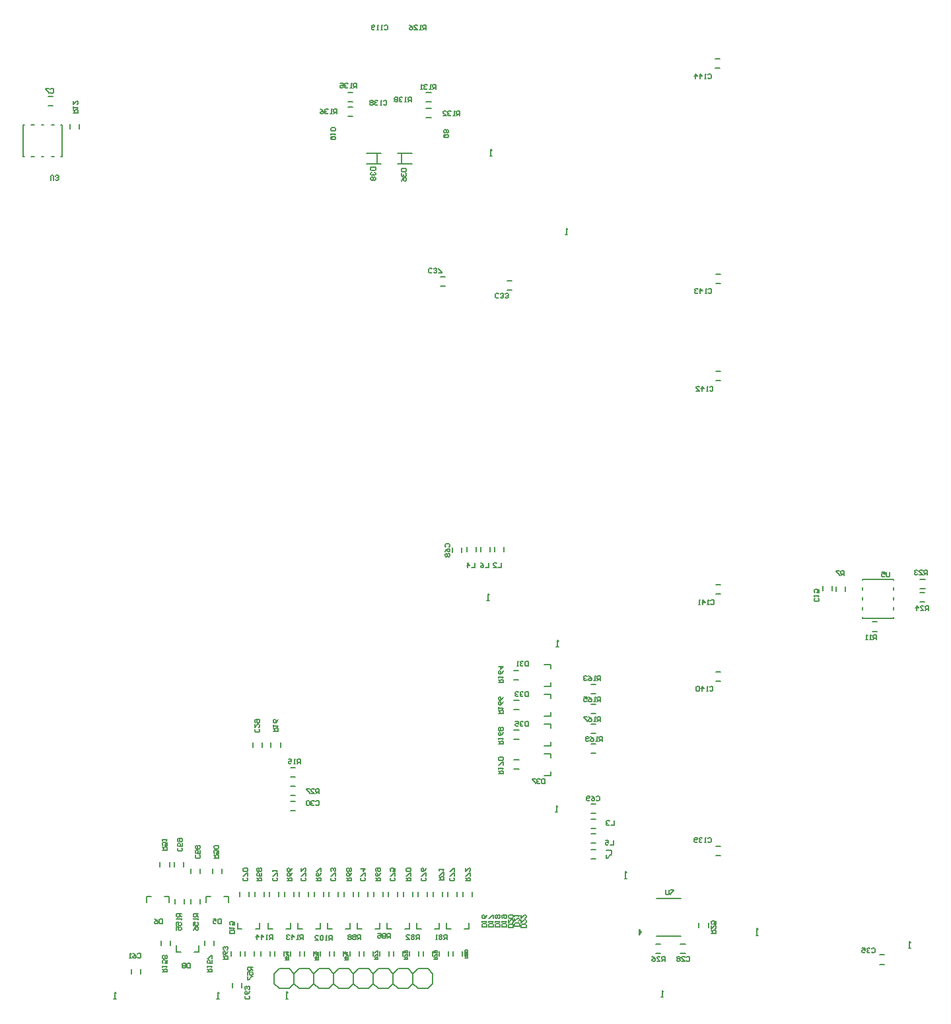
<source format=gbo>
G04*
G04 #@! TF.GenerationSoftware,Altium Limited,Altium Designer,19.0.11 (319)*
G04*
G04 Layer_Color=32896*
%FSLAX25Y25*%
%MOIN*%
G70*
G01*
G75*
%ADD12C,0.00680*%
%ADD16C,0.00600*%
%ADD17C,0.00500*%
D12*
X511649Y59199D02*
X512216Y58632D01*
X511649Y55800D02*
Y59199D01*
X511083Y55800D02*
X511649D01*
X511083D02*
X512216D01*
X239514Y27099D02*
X240081Y26532D01*
X239514Y23700D02*
Y27099D01*
X238948Y23700D02*
X239514D01*
X238948D02*
X240081D01*
X463749Y27999D02*
X464316Y27432D01*
X463749Y24600D02*
Y27999D01*
X463183Y24600D02*
X463749D01*
X463183D02*
X464316D01*
X377349Y452299D02*
X377916Y451732D01*
X377349Y448900D02*
Y452299D01*
X376783Y448900D02*
X377349D01*
X376783D02*
X377916D01*
X375849Y228099D02*
X376416Y227532D01*
X375849Y224700D02*
Y228099D01*
X375283Y224700D02*
X375849D01*
X375283D02*
X376416D01*
X445349Y87899D02*
X445916Y87332D01*
X445349Y84500D02*
Y87899D01*
X444783Y84500D02*
X445349D01*
X444783D02*
X445916D01*
X410449Y121299D02*
X411016Y120732D01*
X410449Y117900D02*
Y121299D01*
X409883Y117900D02*
X410449D01*
X409883D02*
X411016D01*
X274349Y27199D02*
X274916Y26632D01*
X274349Y23800D02*
Y27199D01*
X273783Y23800D02*
X274349D01*
X273783D02*
X274916D01*
X187514Y27099D02*
X188081Y26532D01*
X187514Y23700D02*
Y27099D01*
X186948Y23700D02*
X187514D01*
X186948D02*
X188081D01*
X588649Y52599D02*
X589216Y52032D01*
X588649Y49200D02*
Y52599D01*
X588083Y49200D02*
X588649D01*
X588083D02*
X589216D01*
X415449Y412699D02*
X416016Y412132D01*
X415449Y409300D02*
Y412699D01*
X414883Y409300D02*
X415449D01*
X414883D02*
X416016D01*
X410949Y204599D02*
X411516Y204032D01*
X410949Y201200D02*
Y204599D01*
X410383Y201200D02*
X410949D01*
X410383D02*
X411516D01*
D16*
X369878Y249219D02*
Y251581D01*
X365154Y249219D02*
Y251581D01*
X315378Y75319D02*
Y77681D01*
X310654Y75319D02*
Y77681D01*
X573435Y45862D02*
X575797D01*
X573435Y41138D02*
X575797D01*
X594035Y230748D02*
X596397D01*
X594035Y235472D02*
X596397D01*
X490935Y100662D02*
X493297D01*
X490935Y95938D02*
X493297D01*
X330378Y75319D02*
Y77681D01*
X325654Y75319D02*
Y77681D01*
X593935Y224048D02*
X596297D01*
X593935Y228772D02*
X596297D01*
X153857Y474338D02*
X156219D01*
X153857Y479062D02*
X156219D01*
X556288Y229319D02*
Y231681D01*
X551564Y229319D02*
Y231681D01*
X347878Y45319D02*
Y47681D01*
X343154Y45319D02*
Y47681D01*
X217754Y71619D02*
Y73981D01*
X222478Y71619D02*
Y73981D01*
X307878Y75319D02*
Y77681D01*
X303154Y75319D02*
Y77681D01*
X251578Y29319D02*
Y31681D01*
X246854Y29319D02*
Y31681D01*
X317878Y45319D02*
Y47681D01*
X313154Y45319D02*
Y47681D01*
X169443Y462606D02*
Y464968D01*
X164719Y462606D02*
Y464968D01*
X360378Y75319D02*
Y77681D01*
X355654Y75319D02*
Y77681D01*
X352878Y75319D02*
Y77681D01*
X348154Y75319D02*
Y77681D01*
X367878Y75319D02*
Y77681D01*
X363154Y75319D02*
Y77681D01*
X544864Y229519D02*
Y231881D01*
X549588Y229519D02*
Y231881D01*
X362878Y45319D02*
Y47681D01*
X358154Y45319D02*
Y47681D01*
X354916Y58900D02*
Y62100D01*
Y58900D02*
X357116D01*
X366116D02*
Y62100D01*
X363916Y58900D02*
X366116D01*
X237578Y50719D02*
Y53081D01*
X232854Y50719D02*
Y53081D01*
X404316Y181300D02*
X407516D01*
Y183500D01*
X404316Y192500D02*
X407516D01*
Y190300D02*
Y192500D01*
X225954Y71619D02*
Y73981D01*
X230678Y71619D02*
Y73981D01*
X244816Y72200D02*
Y75400D01*
X242616D02*
X244816D01*
X233616Y72200D02*
Y75400D01*
X235816D01*
X214816Y72200D02*
Y75400D01*
X212616D02*
X214816D01*
X203616Y72200D02*
Y75400D01*
X205816D01*
X195754Y36319D02*
Y38681D01*
X200478Y36319D02*
Y38681D01*
X490835Y389462D02*
X493197D01*
X490835Y384738D02*
X493197D01*
X344703Y473062D02*
X347065D01*
X344703Y468338D02*
X347065D01*
X345378Y75319D02*
Y77681D01*
X340654Y75319D02*
Y77681D01*
X357954Y249119D02*
Y251481D01*
X362678Y249119D02*
Y251481D01*
X490935Y232662D02*
X493297D01*
X490935Y227938D02*
X493297D01*
X351900Y388062D02*
X354262D01*
X351900Y383338D02*
X354262D01*
X490935Y340462D02*
X493297D01*
X490935Y335738D02*
X493297D01*
X460645Y46638D02*
X463007D01*
X460645Y51362D02*
X463007D01*
X490935Y188762D02*
X493297D01*
X490935Y184038D02*
X493297D01*
X482364Y59719D02*
Y62081D01*
X487088Y59719D02*
Y62081D01*
X569945Y213862D02*
X572307D01*
X569945Y209138D02*
X572307D01*
X309916Y58900D02*
Y62100D01*
Y58900D02*
X312116D01*
X321116D02*
Y62100D01*
X318916Y58900D02*
X321116D01*
X227616Y47400D02*
X229816D01*
Y50600D01*
X218616Y47400D02*
X220816D01*
X218616D02*
Y50600D01*
X427945Y102238D02*
X430307D01*
X427945Y106962D02*
X430307D01*
X473045Y46638D02*
X475407D01*
X473045Y51362D02*
X475407D01*
X330516Y29000D02*
X335516D01*
X338016Y31500D01*
Y36500D01*
X335516Y39000D02*
X338016Y36500D01*
X318016Y31500D02*
X320516Y29000D01*
X325516D01*
X328016Y31500D01*
Y36500D01*
X325516Y39000D02*
X328016Y36500D01*
X320516Y39000D02*
X325516D01*
X318016Y36500D02*
X320516Y39000D01*
X328016Y31500D02*
X330516Y29000D01*
X328016Y36500D02*
X330516Y39000D01*
X335516D01*
X300516Y29000D02*
X305516D01*
X308016Y31500D01*
Y36500D01*
X305516Y39000D02*
X308016Y36500D01*
Y31500D02*
X310516Y29000D01*
X315516D01*
X318016Y31500D01*
Y36500D01*
X315516Y39000D02*
X318016Y36500D01*
X310516Y39000D02*
X315516D01*
X308016Y36500D02*
X310516Y39000D01*
X288016Y31500D02*
X290516Y29000D01*
X295516D01*
X298016Y31500D01*
Y36500D01*
X295516Y39000D02*
X298016Y36500D01*
X290516Y39000D02*
X295516D01*
X288016Y36500D02*
X290516Y39000D01*
X298016Y31500D02*
X300516Y29000D01*
X298016Y36500D02*
X300516Y39000D01*
X305516D01*
X270516Y29000D02*
X275516D01*
X278016Y31500D01*
Y36500D01*
X275516Y39000D02*
X278016Y36500D01*
Y31500D02*
X280516Y29000D01*
X285516D01*
X288016Y31500D01*
Y36500D01*
X285516Y39000D02*
X288016Y36500D01*
X280516Y39000D02*
X285516D01*
X278016Y36500D02*
X280516Y39000D01*
X268016Y31500D02*
Y36500D01*
Y31500D02*
X270516Y29000D01*
X268016Y36500D02*
X270516Y39000D01*
X275516D01*
X340516Y29000D02*
X345516D01*
X348016Y31500D01*
Y36500D01*
X345516Y39000D02*
X348016Y36500D01*
X338016Y31500D02*
X340516Y29000D01*
X338016Y36500D02*
X340516Y39000D01*
X345516D01*
X321154Y45319D02*
Y47681D01*
X325878Y45319D02*
Y47681D01*
X306154Y45319D02*
Y47681D01*
X310878Y45319D02*
Y47681D01*
X285378Y75319D02*
Y77681D01*
X280654Y75319D02*
Y77681D01*
X305138Y476416D02*
X307500D01*
X305138Y481140D02*
X307500D01*
X302878Y45319D02*
Y47681D01*
X298154Y45319D02*
Y47681D01*
X460926Y74400D02*
X473126D01*
X460926Y55200D02*
X473126D01*
X276154Y45319D02*
Y47681D01*
X280878Y45319D02*
Y47681D01*
X261878Y150719D02*
Y153081D01*
X257154Y150719D02*
Y153081D01*
X490435Y497962D02*
X492797D01*
X490435Y493238D02*
X492797D01*
X337878Y75319D02*
Y77681D01*
X333154Y75319D02*
Y77681D01*
X291154Y45319D02*
Y47681D01*
X295878Y45319D02*
Y47681D01*
X339916Y58900D02*
Y62100D01*
Y58900D02*
X342116D01*
X351116D02*
Y62100D01*
X348916Y58900D02*
X351116D01*
X385388Y386062D02*
X387751D01*
X385388Y381338D02*
X387751D01*
X225954Y87019D02*
Y89381D01*
X230678Y87019D02*
Y89381D01*
X427845Y94338D02*
X430207D01*
X427845Y99062D02*
X430207D01*
X261154Y45319D02*
Y47681D01*
X265878Y45319D02*
Y47681D01*
X270378Y75319D02*
Y77681D01*
X265654Y75319D02*
Y77681D01*
X300378Y75319D02*
Y77681D01*
X295654Y75319D02*
Y77681D01*
X427845Y109638D02*
X430207D01*
X427845Y114362D02*
X430207D01*
X322878Y75319D02*
Y77681D01*
X318154Y75319D02*
Y77681D01*
X336154Y45319D02*
Y47681D01*
X340878Y45319D02*
Y47681D01*
X404316Y166300D02*
X407516D01*
Y168500D01*
X404316Y177500D02*
X407516D01*
Y175300D02*
Y177500D01*
X389035Y174262D02*
X391397D01*
X389035Y169538D02*
X391397D01*
X332878Y45319D02*
Y47681D01*
X328154Y45319D02*
Y47681D01*
X427735Y167538D02*
X430097D01*
X427735Y172262D02*
X430097D01*
X271078Y150719D02*
Y153081D01*
X266354Y150719D02*
Y153081D01*
X277878Y75319D02*
Y77681D01*
X273154Y75319D02*
Y77681D01*
X404316Y151300D02*
X407516D01*
Y153500D01*
X404316Y162500D02*
X407516D01*
Y160300D02*
Y162500D01*
X276335Y140362D02*
X278697D01*
X276335Y135638D02*
X278697D01*
X272878Y45319D02*
Y47681D01*
X268154Y45319D02*
Y47681D01*
X427735Y177538D02*
X430097D01*
X427735Y182262D02*
X430097D01*
X344703Y476338D02*
X347065D01*
X344703Y481062D02*
X347065D01*
X427735Y162262D02*
X430097D01*
X427735Y157538D02*
X430097D01*
X388735Y189262D02*
X391097D01*
X388735Y184538D02*
X391097D01*
X305138Y473640D02*
X307500D01*
X305138Y468916D02*
X307500D01*
X217554Y90319D02*
Y92681D01*
X222278Y90319D02*
Y92681D01*
X215078Y90319D02*
Y92681D01*
X210354Y90319D02*
Y92681D01*
X276335Y123462D02*
X278697D01*
X276335Y118738D02*
X278697D01*
X241578Y87019D02*
Y89381D01*
X236854Y87019D02*
Y89381D01*
X324916Y58900D02*
Y62100D01*
Y58900D02*
X327116D01*
X336116D02*
Y62100D01*
X333916Y58900D02*
X336116D01*
X376878Y249219D02*
Y251581D01*
X372154Y249219D02*
Y251581D01*
X427845Y122062D02*
X430207D01*
X427845Y117338D02*
X430207D01*
X276335Y126238D02*
X278697D01*
X276335Y130962D02*
X278697D01*
X264916Y58900D02*
Y62100D01*
Y58900D02*
X267116D01*
X276116D02*
Y62100D01*
X273916Y58900D02*
X276116D01*
X292878Y75319D02*
Y77681D01*
X288154Y75319D02*
Y77681D01*
X383978Y249219D02*
Y251581D01*
X379254Y249219D02*
Y251581D01*
X287878Y45319D02*
Y47681D01*
X283154Y45319D02*
Y47681D01*
X351154Y45319D02*
Y47681D01*
X355878Y45319D02*
Y47681D01*
X279916Y58900D02*
Y62100D01*
Y58900D02*
X282116D01*
X291116D02*
Y62100D01*
X288916Y58900D02*
X291116D01*
X389035Y144262D02*
X391397D01*
X389035Y139538D02*
X391397D01*
X262878Y75319D02*
Y77681D01*
X258154Y75319D02*
Y77681D01*
X404316Y136300D02*
X407516D01*
Y138500D01*
X404316Y147500D02*
X407516D01*
Y145300D02*
Y147500D01*
X389035Y159262D02*
X391397D01*
X389035Y154538D02*
X391397D01*
X246154Y45319D02*
Y47681D01*
X250878Y45319D02*
Y47681D01*
X427735Y152262D02*
X430097D01*
X427735Y147538D02*
X430097D01*
X249481Y58931D02*
Y62131D01*
Y58931D02*
X251681D01*
X260681D02*
Y62131D01*
X258481Y58931D02*
X260681D01*
X257878Y45319D02*
Y47681D01*
X253154Y45319D02*
Y47681D01*
X294916Y58900D02*
Y62100D01*
Y58900D02*
X297116D01*
X306116D02*
Y62100D01*
X303916Y58900D02*
X306116D01*
X255378Y75319D02*
Y77681D01*
X250654Y75319D02*
Y77681D01*
X210854Y50719D02*
Y53081D01*
X215578Y50719D02*
Y53081D01*
D17*
X285783Y121600D02*
Y123199D01*
X285383Y121200D02*
X285783Y121600D01*
X284583Y121200D02*
X285383D01*
X284183Y121600D02*
X284583Y121200D01*
X284183Y121600D02*
Y123199D01*
X284583Y123599D01*
X285383D01*
X285783Y123199D01*
X287782Y121200D02*
X288182Y121600D01*
X286982Y121200D02*
X287782D01*
X286582Y121600D02*
X286982Y121200D01*
X286582Y121600D02*
Y122000D01*
X286982Y122400D01*
X287382D01*
X286982D02*
X287382D01*
X286582Y122800D02*
X286982Y122400D01*
X286582Y122800D02*
Y123199D01*
X286982Y123599D01*
X287782D01*
X288182Y123199D01*
X288982Y121600D02*
X289381Y121200D01*
X290181D01*
X290581Y121600D01*
Y123199D01*
X290181Y123599D02*
X290581Y123199D01*
X289381Y123599D02*
X290181D01*
X288982Y123199D02*
X289381Y123599D01*
X259281Y163398D02*
Y164598D01*
Y163398D02*
X259681Y162998D01*
X260080D01*
X260480Y163398D01*
Y164198D01*
X260080Y164598D02*
X260480Y164198D01*
X258481Y164598D02*
X260080D01*
X258081Y164198D02*
X258481Y164598D01*
X258081Y163398D02*
Y164198D01*
Y163398D02*
X258481Y162998D01*
X260080Y160599D02*
X260480Y160999D01*
Y161799D01*
X260080Y162199D02*
X260480Y161799D01*
X259681Y162199D02*
X260080D01*
X258081Y160599D02*
X259681Y162199D01*
X258081Y160599D02*
Y162199D01*
Y159400D02*
X258481Y159800D01*
X258081Y158600D02*
Y159400D01*
Y158600D02*
X258481Y158200D01*
X260080D01*
X260480Y158600D01*
Y159400D01*
X260080Y159800D02*
X260480Y159400D01*
X285783Y127200D02*
Y127600D01*
X284183Y129199D02*
X285783Y127600D01*
X284183Y129199D02*
Y129599D01*
X285783D01*
X287782D02*
X288182Y129199D01*
X286982Y129599D02*
X287782D01*
X286582Y129199D02*
X286982Y129599D01*
X286582Y128799D02*
Y129199D01*
Y128799D02*
X288182Y127200D01*
X286582D02*
X288182D01*
X288982D02*
X289781Y128000D01*
X289381D02*
X290581D01*
X288982Y128400D02*
X289381Y128000D01*
X288982Y128400D02*
Y129199D01*
X289381Y129599D01*
X290581D01*
Y127200D02*
Y129599D01*
X268781Y163099D02*
Y164298D01*
X268381Y164698D02*
X268781Y164298D01*
X267981Y164698D02*
X268381D01*
X267581Y164298D02*
X267981Y164698D01*
X267581Y163498D02*
Y164298D01*
Y163498D02*
X267981Y163099D01*
X268781D01*
X269580Y163898D01*
X269980Y164698D01*
X269580Y161099D02*
X269980Y161499D01*
X267581D02*
X269980D01*
X267581D02*
Y161899D01*
Y161099D02*
Y161899D01*
Y160300D02*
X268381Y159500D01*
Y158700D02*
Y159900D01*
X268781Y160300D01*
X269580D01*
X269980Y159900D01*
Y158700D02*
Y159900D01*
X267581Y158700D02*
X269980D01*
X276283Y142200D02*
X276682Y142600D01*
X275483Y142200D02*
X276283D01*
X275083Y142600D02*
X275483Y142200D01*
X275083Y142600D02*
Y143400D01*
X275483Y143800D01*
X275883D01*
X276682Y143400D01*
Y144599D01*
X275083D02*
X276682D01*
X278282D02*
X278682Y144199D01*
X278282Y142200D02*
Y144599D01*
X277882Y142200D02*
X278282D01*
X277882D02*
X278682D01*
X279482D02*
X280281Y143000D01*
X279881D02*
X281081D01*
X279482Y143400D02*
X279881Y143000D01*
X279482Y143400D02*
Y144199D01*
X279881Y144599D01*
X281081D01*
Y142200D02*
Y144599D01*
X154182Y480700D02*
Y481100D01*
X152582Y482699D02*
X154182Y481100D01*
X152582Y482699D02*
Y483099D01*
X154182D01*
X154981Y481100D02*
X155381Y480700D01*
X156181D01*
X156581Y481100D01*
Y482699D01*
X156181Y483099D02*
X156581Y482699D01*
X155381Y483099D02*
X156181D01*
X154981Y482699D02*
X155381Y483099D01*
X540530Y229038D02*
X540930Y228639D01*
X540530Y229038D02*
Y229838D01*
X540930Y230238D01*
X541730D01*
X542130Y229838D01*
Y229438D02*
Y229838D01*
X541730Y228639D02*
X542130Y229438D01*
X541730Y228639D02*
X542929D01*
Y230238D01*
X542529Y226639D02*
X542929Y227039D01*
X540530D02*
X542929D01*
X540530D02*
Y227439D01*
Y226639D02*
Y227439D01*
Y225439D02*
X540930Y225839D01*
X540530Y224640D02*
Y225439D01*
Y224640D02*
X540930Y224240D01*
X542529D01*
X542929Y224640D01*
Y225439D01*
X542529Y225839D02*
X542929Y225439D01*
X553182Y237200D02*
Y237600D01*
X551582Y239199D02*
X553182Y237600D01*
X551582Y239199D02*
Y239599D01*
X553182D01*
X553981Y237200D02*
X554781Y238000D01*
X554381D02*
X555581D01*
X553981Y238400D02*
X554381Y238000D01*
X553981Y238400D02*
Y239199D01*
X554381Y239599D01*
X555581D01*
Y237200D02*
Y239599D01*
X591683Y220900D02*
X593283D01*
X592083Y222099D02*
X593283Y220900D01*
X592083Y219700D02*
Y222099D01*
X595282D02*
X595682Y221699D01*
X594482Y222099D02*
X595282D01*
X594082Y221699D02*
X594482Y222099D01*
X594082Y221300D02*
Y221699D01*
Y221300D02*
X595682Y219700D01*
X594082D02*
X595682D01*
X596482D02*
X597281Y220500D01*
X596881D02*
X598081D01*
X596482Y220900D02*
X596881Y220500D01*
X596482Y220900D02*
Y221699D01*
X596881Y222099D01*
X598081D01*
Y219700D02*
Y222099D01*
X592383Y237700D02*
X592783Y238100D01*
X591583Y237700D02*
X592383D01*
X591183Y238100D02*
X591583Y237700D01*
X591183Y238100D02*
Y238500D01*
X591583Y238900D01*
X591983D01*
X591583D02*
X591983D01*
X591183Y239300D02*
X591583Y238900D01*
X591183Y239300D02*
Y239699D01*
X591583Y240099D01*
X592383D01*
X592783Y239699D01*
X594782Y240099D02*
X595182Y239699D01*
X593982Y240099D02*
X594782D01*
X593582Y239699D02*
X593982Y240099D01*
X593582Y239300D02*
Y239699D01*
Y239300D02*
X595182Y237700D01*
X593582D02*
X595182D01*
X595982D02*
X596781Y238500D01*
X596381D02*
X597581D01*
X595982Y238900D02*
X596381Y238500D01*
X595982Y238900D02*
Y239699D01*
X596381Y240099D01*
X597581D01*
Y237700D02*
Y240099D01*
X195383Y46599D02*
X195783Y46199D01*
X195383Y44200D02*
Y46599D01*
X194983Y44200D02*
X195383D01*
X194983D02*
X195783D01*
X196982Y45400D02*
X198182D01*
X196582Y45000D02*
X196982Y45400D01*
X196582Y44600D02*
Y45000D01*
Y44600D02*
X196982Y44200D01*
X197782D01*
X198182Y44600D01*
Y45400D01*
X197382Y46199D02*
X198182Y45400D01*
X196582Y46599D02*
X197382Y46199D01*
X198982Y44600D02*
X199381Y44200D01*
X200181D01*
X200581Y44600D01*
Y46199D01*
X200181Y46599D02*
X200581Y46199D01*
X199381Y46599D02*
X200181D01*
X198982Y46199D02*
X199381Y46599D01*
X157480Y438800D02*
X157880Y439200D01*
X158680D01*
X159080Y438800D01*
Y438400D02*
Y438800D01*
X158680Y438000D02*
X159080Y438400D01*
X158280Y438000D02*
X158680D01*
X158280D02*
X158680D01*
X159080Y437600D01*
Y437201D02*
Y437600D01*
X158680Y436801D02*
X159080Y437201D01*
X157880Y436801D02*
X158680D01*
X157480Y437201D02*
X157880Y436801D01*
X156681D02*
Y438800D01*
X156281Y439200D02*
X156681Y438800D01*
X155481Y439200D02*
X156281D01*
X155081Y438800D02*
X155481Y439200D01*
X155081Y436801D02*
Y438800D01*
X575734Y236736D02*
X576134Y237136D01*
X574934Y236736D02*
X575734D01*
X574534Y237136D02*
X574934Y236736D01*
X574534Y237136D02*
Y237936D01*
X574934Y238335D01*
X575334D01*
X576134Y237936D01*
Y239135D01*
X574534D02*
X576134D01*
X576933Y237136D02*
Y239135D01*
Y237136D02*
X577333Y236736D01*
X578133D01*
X578533Y237136D01*
Y239135D01*
X316688Y475836D02*
X317488D01*
X317888Y476236D02*
Y476635D01*
X317488Y475836D02*
X317888Y476236D01*
X317488Y475836D02*
X317888Y475436D01*
Y475036D02*
Y475436D01*
X317488Y474636D02*
X317888Y475036D01*
X316688Y474636D02*
X317488D01*
X316288Y475036D02*
X316688Y474636D01*
X316288Y475036D02*
Y475436D01*
X316688Y475836D01*
X316288Y476236D02*
X316688Y475836D01*
X316288Y476236D02*
Y476635D01*
X316688Y477035D01*
X317488D01*
X317888Y476635D01*
X319887Y474636D02*
X320287Y475036D01*
X319088Y474636D02*
X319887D01*
X318688Y475036D02*
X319088Y474636D01*
X318688Y475036D02*
Y475436D01*
X319088Y475836D01*
X319487D01*
X319088D02*
X319487D01*
X318688Y476236D02*
X319088Y475836D01*
X318688Y476236D02*
Y476635D01*
X319088Y477035D01*
X319887D01*
X320287Y476635D01*
X321886Y477035D02*
X322286Y476635D01*
X321886Y474636D02*
Y477035D01*
X321487Y474636D02*
X321886D01*
X321487D02*
X322286D01*
X323086Y475036D02*
X323486Y474636D01*
X324286D01*
X324686Y475036D01*
Y476635D01*
X324286Y477035D02*
X324686Y476635D01*
X323486Y477035D02*
X324286D01*
X323086Y476635D02*
X323486Y477035D01*
X329084Y477400D02*
X329883D01*
X330283Y477799D02*
Y478199D01*
X329883Y477400D02*
X330283Y477799D01*
X329883Y477400D02*
X330283Y477000D01*
Y476600D02*
Y477000D01*
X329883Y476200D02*
X330283Y476600D01*
X329084Y476200D02*
X329883D01*
X328684Y476600D02*
X329084Y476200D01*
X328684Y476600D02*
Y477000D01*
X329084Y477400D01*
X328684Y477799D02*
X329084Y477400D01*
X328684Y477799D02*
Y478199D01*
X329084Y478599D01*
X329883D01*
X330283Y478199D01*
X332283Y476200D02*
X332682Y476600D01*
X331483Y476200D02*
X332283D01*
X331083Y476600D02*
X331483Y476200D01*
X331083Y476600D02*
Y477000D01*
X331483Y477400D01*
X331883D01*
X331483D02*
X331883D01*
X331083Y477799D02*
X331483Y477400D01*
X331083Y477799D02*
Y478199D01*
X331483Y478599D01*
X332283D01*
X332682Y478199D01*
X334282Y478599D02*
X334682Y478199D01*
X334282Y476200D02*
Y478599D01*
X333882Y476200D02*
X334282D01*
X333882D02*
X334682D01*
X335482D02*
X336281Y477000D01*
X335881D02*
X337081D01*
X335482Y477400D02*
X335881Y477000D01*
X335482Y477400D02*
Y478199D01*
X335881Y478599D01*
X337081D01*
Y476200D02*
Y478599D01*
X354781Y460999D02*
Y461799D01*
X355181Y460599D02*
X355580D01*
X354781Y460999D02*
X355181Y460599D01*
X354381D02*
X354781Y460999D01*
X353981Y460599D02*
X354381D01*
X353581Y460999D02*
X353981Y460599D01*
X353581Y460999D02*
Y461799D01*
X353981Y462199D01*
X354381D01*
X354781Y461799D01*
X355181Y462199D01*
X355580D01*
X355980Y461799D01*
Y460999D02*
Y461799D01*
X355580Y460599D02*
X355980Y460999D01*
X353581Y459400D02*
X353981Y459800D01*
X353581D02*
X354381Y459000D01*
X353581Y458600D02*
Y459400D01*
Y458600D02*
X353981Y458200D01*
X355580D01*
X355980Y458600D01*
Y459400D01*
X355580Y459800D02*
X355980Y459400D01*
X353981Y459800D02*
X355580D01*
X354383Y471599D02*
X354783Y471199D01*
X353584Y471599D02*
X354383D01*
X353184Y471199D02*
X353584Y471599D01*
X353184Y470800D02*
Y471199D01*
Y470800D02*
X354783Y469200D01*
X353184D02*
X354783D01*
X356783D02*
X357182Y469600D01*
X355983Y469200D02*
X356783D01*
X355583Y469600D02*
X355983Y469200D01*
X355583Y469600D02*
Y470000D01*
X355983Y470400D01*
X356383D01*
X355983D02*
X356383D01*
X355583Y470800D02*
X355983Y470400D01*
X355583Y470800D02*
Y471199D01*
X355983Y471599D01*
X356783D01*
X357182Y471199D01*
X358782Y471599D02*
X359182Y471199D01*
X358782Y469200D02*
Y471599D01*
X358382Y469200D02*
X358782D01*
X358382D02*
X359182D01*
X359981D02*
X360781Y470000D01*
X360381D02*
X361581D01*
X359981Y470400D02*
X360381Y470000D01*
X359981Y470400D02*
Y471199D01*
X360381Y471599D01*
X361581D01*
Y469200D02*
Y471599D01*
X333381Y436702D02*
Y437902D01*
Y436702D02*
X333781Y436302D01*
X334181D01*
X334581Y436702D01*
Y437502D01*
X334181Y437902D02*
X334581Y437502D01*
X333381Y437902D02*
X334181D01*
X332582Y437102D02*
X333381Y437902D01*
X332182Y436302D02*
X332582Y437102D01*
X334181Y440301D02*
X334581Y439901D01*
Y439101D02*
Y439901D01*
X334181Y438701D02*
X334581Y439101D01*
X333781Y438701D02*
X334181D01*
X333381Y439101D02*
X333781Y438701D01*
X333381Y439101D02*
Y439501D01*
Y439101D02*
Y439501D01*
X332981Y438701D02*
X333381Y439101D01*
X332582Y438701D02*
X332981D01*
X332182Y439101D02*
X332582Y438701D01*
X332182Y439101D02*
Y439901D01*
X332582Y440301D01*
X332182Y441500D02*
Y442700D01*
Y441500D02*
X332582Y441100D01*
X334181D01*
X334581Y441500D01*
Y442700D01*
X332182D02*
X334581D01*
X296981Y461599D02*
X298580D01*
X296581Y461998D02*
X296981Y461599D01*
X296581Y461998D02*
Y462798D01*
X296981Y463198D01*
X298580D01*
X298980Y462798D01*
Y461998D02*
Y462798D01*
X298580Y461599D02*
X298980Y461998D01*
X298580Y459599D02*
X298980Y459999D01*
X296581D02*
X298980D01*
X296581D02*
Y460399D01*
Y459599D02*
Y460399D01*
Y458400D02*
X296981Y458799D01*
X296581D02*
X297381Y458000D01*
X296581Y457600D02*
Y458400D01*
Y457600D02*
X296981Y457200D01*
X298580D01*
X298980Y457600D01*
Y458400D01*
X298580Y458799D02*
X298980Y458400D01*
X296981Y458799D02*
X298580D01*
X291584Y471400D02*
X292783D01*
X291184Y471000D02*
X291584Y471400D01*
X291184Y470600D02*
Y471000D01*
Y470600D02*
X291584Y470200D01*
X292383D01*
X292783Y470600D01*
Y471400D01*
X291984Y472199D02*
X292783Y471400D01*
X291184Y472599D02*
X291984Y472199D01*
X294783Y470200D02*
X295182Y470600D01*
X293983Y470200D02*
X294783D01*
X293583Y470600D02*
X293983Y470200D01*
X293583Y470600D02*
Y471000D01*
X293983Y471400D01*
X294383D01*
X293983D02*
X294383D01*
X293583Y471799D02*
X293983Y471400D01*
X293583Y471799D02*
Y472199D01*
X293983Y472599D01*
X294783D01*
X295182Y472199D01*
X296782Y472599D02*
X297182Y472199D01*
X296782Y470200D02*
Y472599D01*
X296382Y470200D02*
X296782D01*
X296382D02*
X297182D01*
X297982D02*
X298781Y471000D01*
X298381D02*
X299581D01*
X297982Y471400D02*
X298381Y471000D01*
X297982Y471400D02*
Y472199D01*
X298381Y472599D01*
X299581D01*
Y470200D02*
Y472599D01*
X317881Y437202D02*
Y438002D01*
X317082Y438402D02*
X317481D01*
X317881Y438002D01*
X318281Y438402D01*
X318681D01*
X319081Y438002D01*
Y437202D02*
Y438002D01*
X318681Y436802D02*
X319081Y437202D01*
X318281Y436802D02*
X318681D01*
X317881Y437202D02*
X318281Y436802D01*
X317481D02*
X317881Y437202D01*
X317082Y436802D02*
X317481D01*
X316682Y437202D02*
X317082Y436802D01*
X316682Y437202D02*
Y438002D01*
X317082Y438402D01*
X318681Y440801D02*
X319081Y440401D01*
Y439601D02*
Y440401D01*
X318681Y439201D02*
X319081Y439601D01*
X318281Y439201D02*
X318681D01*
X317881Y439601D02*
X318281Y439201D01*
X317881Y439601D02*
Y440001D01*
Y439601D02*
Y440001D01*
X317481Y439201D02*
X317881Y439601D01*
X317082Y439201D02*
X317481D01*
X316682Y439601D02*
X317082Y439201D01*
X316682Y439601D02*
Y440401D01*
X317082Y440801D01*
X316682Y442000D02*
Y443200D01*
Y442000D02*
X317082Y441600D01*
X318681D01*
X319081Y442000D01*
Y443200D01*
X316682D02*
X319081D01*
X342383Y485099D02*
X342783Y484699D01*
X342383Y482700D02*
Y485099D01*
X341984Y482700D02*
X342383D01*
X341984D02*
X342783D01*
X344783D02*
X345182Y483100D01*
X343983Y482700D02*
X344783D01*
X343583Y483100D02*
X343983Y482700D01*
X343583Y483100D02*
Y483500D01*
X343983Y483900D01*
X344383D01*
X343983D02*
X344383D01*
X343583Y484299D02*
X343983Y483900D01*
X343583Y484299D02*
Y484699D01*
X343983Y485099D01*
X344783D01*
X345182Y484699D01*
X346782Y485099D02*
X347182Y484699D01*
X346782Y482700D02*
Y485099D01*
X346382Y482700D02*
X346782D01*
X346382D02*
X347182D01*
X347982D02*
X348781Y483500D01*
X348381D02*
X349581D01*
X347982Y483900D02*
X348381Y483500D01*
X347982Y483900D02*
Y484699D01*
X348381Y485099D01*
X349581D01*
Y482700D02*
Y485099D01*
X302383Y483200D02*
X302783Y483600D01*
X301584Y483200D02*
X302383D01*
X301184Y483600D02*
X301584Y483200D01*
X301184Y483600D02*
Y484400D01*
X301584Y484800D01*
X301984D01*
X302783Y484400D01*
Y485599D01*
X301184D02*
X302783D01*
X304783Y483200D02*
X305182Y483600D01*
X303983Y483200D02*
X304783D01*
X303583Y483600D02*
X303983Y483200D01*
X303583Y483600D02*
Y484000D01*
X303983Y484400D01*
X304383D01*
X303983D02*
X304383D01*
X303583Y484800D02*
X303983Y484400D01*
X303583Y484800D02*
Y485199D01*
X303983Y485599D01*
X304783D01*
X305182Y485199D01*
X306782Y485599D02*
X307182Y485199D01*
X306782Y483200D02*
Y485599D01*
X306382Y483200D02*
X306782D01*
X306382D02*
X307182D01*
X307981D02*
X308781Y484000D01*
X308381D02*
X309581D01*
X307981Y484400D02*
X308381Y484000D01*
X307981Y484400D02*
Y485199D01*
X308381Y485599D01*
X309581D01*
Y483200D02*
Y485599D01*
X467980Y76200D02*
Y76600D01*
X469580Y78199D01*
Y78599D01*
X467980D02*
X469580D01*
X467180Y76600D02*
Y78599D01*
X466781Y76200D02*
X467180Y76600D01*
X465981Y76200D02*
X466781D01*
X465581Y76600D02*
X465981Y76200D01*
X465581Y76600D02*
Y78599D01*
X488581Y61898D02*
X488981Y61498D01*
X488581Y61898D02*
Y62698D01*
X488981Y63098D01*
X489781D01*
X490180Y62698D01*
Y62298D02*
Y62698D01*
X489781Y61498D02*
X490180Y62298D01*
X489781Y61498D02*
X490980D01*
Y63098D01*
X490580Y59099D02*
X490980Y59499D01*
Y60299D01*
X490580Y60699D02*
X490980Y60299D01*
X490180Y60699D02*
X490580D01*
X488581Y59099D02*
X490180Y60699D01*
X488581Y59099D02*
Y60699D01*
Y58300D02*
X489381Y57500D01*
Y56700D02*
Y57900D01*
X489781Y58300D01*
X490580D01*
X490980Y57900D01*
Y56700D02*
Y57900D01*
X488581Y56700D02*
X490980D01*
X459083Y43900D02*
X460283D01*
X458683Y43500D02*
X459083Y43900D01*
X458683Y43100D02*
Y43500D01*
Y43100D02*
X459083Y42700D01*
X459883D01*
X460283Y43100D01*
Y43900D01*
X459483Y44699D02*
X460283Y43900D01*
X458683Y45099D02*
X459483Y44699D01*
X462282Y45099D02*
X462682Y44699D01*
X461482Y45099D02*
X462282D01*
X461082Y44699D02*
X461482Y45099D01*
X461082Y44299D02*
Y44699D01*
Y44299D02*
X462682Y42700D01*
X461082D02*
X462682D01*
X463482D02*
X464281Y43500D01*
X463881D02*
X465081D01*
X463482Y43900D02*
X463881Y43500D01*
X463482Y43900D02*
Y44699D01*
X463881Y45099D01*
X465081D01*
Y42700D02*
Y45099D01*
X471583Y43900D02*
X472383D01*
X472783Y44299D02*
Y44699D01*
X472383Y43900D02*
X472783Y44299D01*
X472383Y43900D02*
X472783Y43500D01*
Y43100D02*
Y43500D01*
X472383Y42700D02*
X472783Y43100D01*
X471583Y42700D02*
X472383D01*
X471183Y43100D02*
X471583Y42700D01*
X471183Y43100D02*
Y43500D01*
X471583Y43900D01*
X471183Y44299D02*
X471583Y43900D01*
X471183Y44299D02*
Y44699D01*
X471583Y45099D01*
X472383D01*
X472783Y44699D01*
X474782Y45099D02*
X475182Y44699D01*
X473982Y45099D02*
X474782D01*
X473582Y44699D02*
X473982Y45099D01*
X473582Y44299D02*
Y44699D01*
Y44299D02*
X475182Y42700D01*
X473582D02*
X475182D01*
X475982Y43100D02*
X476381Y42700D01*
X477181D01*
X477581Y43100D01*
Y44699D01*
X477181Y45099D02*
X477581Y44699D01*
X476381Y45099D02*
X477181D01*
X475982Y44699D02*
X476381Y45099D01*
X567006Y207249D02*
X567406Y206849D01*
X567006Y204850D02*
Y207249D01*
X566606Y204850D02*
X567006D01*
X566606D02*
X567406D01*
X569005Y207249D02*
X569405Y206849D01*
X569005Y204850D02*
Y207249D01*
X568605Y204850D02*
X569005D01*
X568605D02*
X569405D01*
X570205D02*
X571004Y205650D01*
X570605D02*
X571804D01*
X570205Y206050D02*
X570605Y205650D01*
X570205Y206050D02*
Y206849D01*
X570605Y207249D01*
X571804D01*
Y204850D02*
Y207249D01*
X168580Y475099D02*
X168980Y475498D01*
Y476298D01*
X168580Y476698D02*
X168980Y476298D01*
X168181Y476698D02*
X168580D01*
X166581Y475099D02*
X168181Y476698D01*
X166581Y475099D02*
Y476698D01*
X168580Y473099D02*
X168980Y473499D01*
X166581D02*
X168980D01*
X166581D02*
Y473899D01*
Y473099D02*
Y473899D01*
Y472300D02*
X167381Y471500D01*
Y470700D02*
Y471900D01*
X167781Y472300D01*
X168580D01*
X168980Y471900D01*
Y470700D02*
Y471900D01*
X166581Y470700D02*
X168980D01*
X253166Y28753D02*
X253566Y28353D01*
X253166Y28753D02*
Y29552D01*
X253566Y29952D01*
X253965D01*
X254365Y29552D01*
Y29152D02*
Y29552D01*
Y29152D02*
Y29552D01*
X254765Y29952D01*
X255165D01*
X255565Y29552D01*
Y28753D02*
Y29552D01*
X255165Y28353D02*
X255565Y28753D01*
X254365Y25954D02*
Y27153D01*
X253965Y27553D02*
X254365Y27153D01*
X253566Y27553D02*
X253965D01*
X253166Y27153D02*
X253566Y27553D01*
X253166Y26354D02*
Y27153D01*
Y26354D02*
X253566Y25954D01*
X254365D01*
X255165Y26753D01*
X255565Y27553D01*
X253166Y24754D02*
X253566Y25154D01*
X253166Y23954D02*
Y24754D01*
Y23954D02*
X253566Y23554D01*
X255165D01*
X255565Y23954D01*
Y24754D01*
X255165Y25154D02*
X255565Y24754D01*
X238282Y61700D02*
X238682Y62100D01*
X237482Y61700D02*
X238282D01*
X237082Y62100D02*
X237482Y61700D01*
X237082Y62100D02*
Y62900D01*
X237482Y63299D01*
X237882D01*
X238682Y62900D01*
Y64099D01*
X237082D02*
X238682D01*
X239881D02*
X241081D01*
X239481Y63699D02*
X239881Y64099D01*
X239481Y62100D02*
Y63699D01*
Y62100D02*
X239881Y61700D01*
X241081D01*
Y64099D01*
X237981Y99498D02*
X239580D01*
X237581Y99898D02*
X237981Y99498D01*
X237581Y99898D02*
Y100698D01*
X237981Y101098D01*
X239580D01*
X239980Y100698D01*
Y99898D02*
Y100698D01*
X239580Y99498D02*
X239980Y99898D01*
X237581Y97499D02*
X237981Y97099D01*
X237581Y97499D02*
Y98299D01*
X237981Y98699D01*
X238781D01*
X239181Y98299D01*
Y97899D02*
Y98299D01*
X238781Y97099D02*
X239181Y97899D01*
X238781Y97099D02*
X239980D01*
Y98699D01*
X237581Y96299D02*
X238381Y95500D01*
Y94700D02*
Y95900D01*
X238781Y96299D01*
X239580D01*
X239980Y95900D01*
Y94700D02*
Y95900D01*
X237581Y94700D02*
X239980D01*
X229281Y99898D02*
Y100698D01*
X229681Y99498D02*
X230080D01*
X229281Y99898D02*
X229681Y99498D01*
X228881D02*
X229281Y99898D01*
X228481Y99498D02*
X228881D01*
X228081Y99898D02*
X228481Y99498D01*
X228081Y99898D02*
Y100698D01*
X228481Y101098D01*
X228881D01*
X229281Y100698D01*
X229681Y101098D01*
X230080D01*
X230480Y100698D01*
Y99898D02*
Y100698D01*
X230080Y99498D02*
X230480Y99898D01*
X228081Y97499D02*
X228481Y97099D01*
X228081Y97499D02*
Y98299D01*
X228481Y98699D01*
X229281D01*
X229681Y98299D01*
Y97899D02*
Y98299D01*
X229281Y97099D02*
X229681Y97899D01*
X229281Y97099D02*
X230480D01*
Y98699D01*
X228081Y95900D02*
X228481Y96299D01*
X228081Y95100D02*
Y95900D01*
Y95100D02*
X228481Y94700D01*
X230080D01*
X230480Y95100D01*
Y95900D01*
X230080Y96299D02*
X230480Y95900D01*
X221982Y40400D02*
X222782D01*
X223182Y40799D02*
Y41199D01*
X222782Y40400D02*
X223182Y40799D01*
X222782Y40400D02*
X223182Y40000D01*
Y39600D02*
Y40000D01*
X222782Y39200D02*
X223182Y39600D01*
X221982Y39200D02*
X222782D01*
X221582Y39600D02*
X221982Y39200D01*
X221582Y39600D02*
Y40000D01*
X221982Y40400D01*
X221582Y40799D02*
X221982Y40400D01*
X221582Y40799D02*
Y41199D01*
X221982Y41599D01*
X222782D01*
X223182Y41199D01*
X224381Y41599D02*
X225581D01*
X223982Y41199D02*
X224381Y41599D01*
X223982Y39600D02*
Y41199D01*
Y39600D02*
X224381Y39200D01*
X225581D01*
Y41599D01*
X207982Y62900D02*
X209182D01*
X207582Y62500D02*
X207982Y62900D01*
X207582Y62100D02*
Y62500D01*
Y62100D02*
X207982Y61700D01*
X208782D01*
X209182Y62100D01*
Y62900D01*
X208382Y63699D02*
X209182Y62900D01*
X207582Y64099D02*
X208382Y63699D01*
X210381Y64099D02*
X211581D01*
X209982Y63699D02*
X210381Y64099D01*
X209982Y62100D02*
Y63699D01*
Y62100D02*
X210381Y61700D01*
X211581D01*
Y64099D01*
X213580Y103498D02*
X213980Y103898D01*
X211581D02*
X213980D01*
X211581D02*
Y104298D01*
Y103498D02*
Y104298D01*
Y101499D02*
X211981Y101099D01*
X211581Y101499D02*
Y102299D01*
X211981Y102699D01*
X212781D01*
X213180Y102299D01*
Y101899D02*
Y102299D01*
X212781Y101099D02*
X213180Y101899D01*
X212781Y101099D02*
X213980D01*
Y102699D01*
X211581Y100299D02*
X212381Y99500D01*
Y98700D02*
Y99900D01*
X212781Y100299D01*
X213580D01*
X213980Y99900D01*
Y98700D02*
Y99900D01*
X211581Y98700D02*
X213980D01*
X220281Y103398D02*
Y104598D01*
Y103398D02*
X220680Y102998D01*
X221080D01*
X221480Y103398D01*
Y104198D01*
X221080Y104598D02*
X221480Y104198D01*
X219481Y104598D02*
X221080D01*
X219081Y104198D02*
X219481Y104598D01*
X219081Y103398D02*
Y104198D01*
Y103398D02*
X219481Y102998D01*
X219081Y100999D02*
X219481Y100599D01*
X219081Y100999D02*
Y101799D01*
X219481Y102199D01*
X220281D01*
X220680Y101799D01*
Y101399D02*
Y101799D01*
X220281Y100599D02*
X220680Y101399D01*
X220281Y100599D02*
X221480D01*
Y102199D01*
X219081Y99400D02*
X219481Y99800D01*
X219081Y98600D02*
Y99400D01*
Y98600D02*
X219481Y98200D01*
X221080D01*
X221480Y98600D01*
Y99400D01*
X221080Y99800D02*
X221480Y99400D01*
X425683Y124900D02*
X426883D01*
X427283Y125299D01*
Y125699D01*
X426883Y126099D02*
X427283Y125699D01*
X426083Y126099D02*
X426883D01*
X425683Y125699D02*
X426083Y126099D01*
X425683Y124100D02*
Y125699D01*
Y124100D02*
X426083Y123700D01*
X426883D01*
X427283Y124100D01*
X428482Y124900D02*
X429682D01*
X428082Y124500D02*
X428482Y124900D01*
X428082Y124100D02*
Y124500D01*
Y124100D02*
X428482Y123700D01*
X429282D01*
X429682Y124100D01*
Y124900D01*
X428882Y125699D02*
X429682Y124900D01*
X428082Y126099D02*
X428882Y125699D01*
X430482Y124100D02*
X430881Y123700D01*
X431681D01*
X432081Y124100D01*
Y125699D01*
X431681Y126099D02*
X432081Y125699D01*
X430881Y126099D02*
X431681D01*
X430482Y125699D02*
X430881Y126099D01*
X436282Y101200D02*
X436682Y101600D01*
X435482Y101200D02*
X436282D01*
X435082Y101600D02*
X435482Y101200D01*
X435082Y101600D02*
Y102400D01*
X435482Y102799D01*
X435882D01*
X436682Y102400D01*
Y103599D01*
X435082D02*
X436682D01*
X437481Y101200D02*
X439081D01*
Y103599D01*
X437681Y96301D02*
X438081D01*
X436082Y94701D02*
X437681Y96301D01*
X435682Y94701D02*
X436082D01*
X435682D02*
Y96301D01*
X438081Y97101D02*
Y98700D01*
X435682D02*
X438081D01*
X436782Y111200D02*
X437182Y111600D01*
X435982Y111200D02*
X436782D01*
X435582Y111600D02*
X435982Y111200D01*
X435582Y111600D02*
Y112000D01*
X435982Y112400D01*
X436382D01*
X435982D02*
X436382D01*
X435582Y112799D02*
X435982Y112400D01*
X435582Y112799D02*
Y113199D01*
X435982Y113599D01*
X436782D01*
X437182Y113199D01*
X437982Y111200D02*
X439581D01*
Y113599D01*
X355381Y247202D02*
Y248002D01*
X354582Y248402D02*
X354981D01*
X355381Y248002D01*
X355781Y248402D01*
X356181D01*
X356581Y248002D01*
Y247202D02*
Y248002D01*
X356181Y246802D02*
X356581Y247202D01*
X355781Y246802D02*
X356181D01*
X355381Y247202D02*
X355781Y246802D01*
X354981D02*
X355381Y247202D01*
X354582Y246802D02*
X354981D01*
X354182Y247202D02*
X354582Y246802D01*
X354182Y247202D02*
Y248002D01*
X354582Y248402D01*
X355381Y249601D02*
Y250801D01*
Y249601D02*
X355781Y249201D01*
X356181D01*
X356581Y249601D01*
Y250401D01*
X356181Y250801D02*
X356581Y250401D01*
X355381Y250801D02*
X356181D01*
X354582Y250001D02*
X355381Y250801D01*
X354182Y249201D02*
X354582Y250001D01*
X356181Y251601D02*
X356581Y252000D01*
Y252800D01*
X356181Y253200D02*
X356581Y252800D01*
X354582Y253200D02*
X356181D01*
X354182Y252800D02*
X354582Y253200D01*
X354182Y252000D02*
Y252800D01*
Y252000D02*
X354582Y251601D01*
X365082Y242400D02*
X366682D01*
X365482Y243599D02*
X366682Y242400D01*
X365482Y241200D02*
Y243599D01*
X367481Y241200D02*
X369081D01*
Y243599D01*
X372482Y242400D02*
X373682D01*
X372082Y242000D02*
X372482Y242400D01*
X372082Y241600D02*
Y242000D01*
Y241600D02*
X372482Y241200D01*
X373282D01*
X373682Y241600D01*
Y242400D01*
X372882Y243199D02*
X373682Y242400D01*
X372082Y243599D02*
X372882Y243199D01*
X374482Y241200D02*
X376081D01*
Y243599D01*
X379782D02*
X380182Y243199D01*
X378982Y243599D02*
X379782D01*
X378582Y243199D02*
X378982Y243599D01*
X378582Y242799D02*
Y243199D01*
Y242799D02*
X380182Y241200D01*
X378582D02*
X380182D01*
X380981D02*
X382581D01*
Y243599D01*
X374070Y64339D02*
Y65538D01*
X373670Y65938D02*
X374070Y65538D01*
X373270Y65938D02*
X373670D01*
X372870Y65538D02*
X373270Y65938D01*
X372870Y64738D02*
Y65538D01*
Y64738D02*
X373270Y64339D01*
X374070D01*
X374869Y65138D01*
X375269Y65938D01*
X374869Y62339D02*
X375269Y62739D01*
X372870D02*
X375269D01*
X372870D02*
Y63139D01*
Y62339D02*
Y63139D01*
X375269Y59940D02*
Y61140D01*
X374869Y61539D02*
X375269Y61140D01*
X373270Y61539D02*
X374869D01*
X372870Y61140D02*
X373270Y61539D01*
X372870Y59940D02*
Y61140D01*
Y59940D02*
X375269D01*
X274381Y46399D02*
Y47465D01*
Y46399D02*
X275181Y47199D01*
X273581D02*
X275181D01*
X273581Y44800D02*
X273848D01*
X274914Y45866D01*
X275181D01*
Y44800D02*
Y45866D01*
X273581Y44266D02*
X274114Y43733D01*
Y43200D02*
Y44000D01*
X274381Y44266D01*
X274914D01*
X275181Y44000D01*
Y43200D02*
Y44000D01*
X273581Y43200D02*
X275181D01*
X275781Y87998D02*
Y89198D01*
X275381Y89598D02*
X275781Y89198D01*
X274981Y89598D02*
X275381D01*
X274581Y89198D02*
X274981Y89598D01*
X274581Y88398D02*
Y89198D01*
Y88398D02*
X274981Y87998D01*
X275781D01*
X276580Y88798D01*
X276980Y89598D01*
X275781Y85599D02*
Y86799D01*
X275381Y87199D02*
X275781Y86799D01*
X274981Y87199D02*
X275381D01*
X274581Y86799D02*
X274981Y87199D01*
X274581Y85999D02*
Y86799D01*
Y85999D02*
X274981Y85599D01*
X275781D01*
X276580Y86399D01*
X276980Y87199D01*
X274581Y84800D02*
X275381Y84000D01*
Y83200D02*
Y84400D01*
X275781Y84800D01*
X276580D01*
X276980Y84400D01*
Y83200D02*
Y84400D01*
X274581Y83200D02*
X276980D01*
X376170Y64339D02*
X376570D01*
X378169Y65938D01*
X378569D01*
Y64339D02*
Y65938D01*
X378169Y62339D02*
X378569Y62739D01*
X376170D02*
X378569D01*
X376170D02*
Y63139D01*
Y62339D02*
Y63139D01*
X378569Y59940D02*
Y61140D01*
X378169Y61539D02*
X378569Y61140D01*
X376570Y61539D02*
X378169D01*
X376170Y61140D02*
X376570Y61539D01*
X376170Y59940D02*
Y61140D01*
Y59940D02*
X378569D01*
X288581Y46665D02*
X288848Y46399D01*
X288581Y46665D02*
Y47199D01*
X288848Y47465D01*
X289381D01*
X289647Y47199D01*
Y46932D02*
Y47199D01*
X289381Y46399D02*
X289647Y46932D01*
X289381Y46399D02*
X290180D01*
Y47465D01*
X288581Y44800D02*
X288848D01*
X289914Y45866D01*
X290180D01*
Y44800D02*
Y45866D01*
X288581Y44266D02*
X289114Y43733D01*
Y43200D02*
Y44000D01*
X289381Y44266D01*
X289914D01*
X290180Y44000D01*
Y43200D02*
Y44000D01*
X288581Y43200D02*
X290180D01*
X289081Y87998D02*
X289481D01*
X291080Y89598D01*
X291480D01*
Y87998D02*
Y89598D01*
X290281Y85599D02*
Y86799D01*
X289881Y87199D02*
X290281Y86799D01*
X289481Y87199D02*
X289881D01*
X289081Y86799D02*
X289481Y87199D01*
X289081Y85999D02*
Y86799D01*
Y85999D02*
X289481Y85599D01*
X290281D01*
X291080Y86399D01*
X291480Y87199D01*
X289081Y84800D02*
X289881Y84000D01*
Y83200D02*
Y84400D01*
X290281Y84800D01*
X291080D01*
X291480Y84400D01*
Y83200D02*
Y84400D01*
X289081Y83200D02*
X291480D01*
X380670Y64738D02*
Y65538D01*
X381069Y64339D02*
X381469D01*
X380670Y64738D02*
X381069Y64339D01*
X380270D02*
X380670Y64738D01*
X379870Y64339D02*
X380270D01*
X379470Y64738D02*
X379870Y64339D01*
X379470Y64738D02*
Y65538D01*
X379870Y65938D01*
X380270D01*
X380670Y65538D01*
X381069Y65938D01*
X381469D01*
X381869Y65538D01*
Y64738D02*
Y65538D01*
X381469Y64339D02*
X381869Y64738D01*
X381469Y62339D02*
X381869Y62739D01*
X379470D02*
X381869D01*
X379470D02*
Y63139D01*
Y62339D02*
Y63139D01*
X381869Y59940D02*
Y61140D01*
X381469Y61539D02*
X381869Y61140D01*
X379870Y61539D02*
X381469D01*
X379470Y61140D02*
X379870Y61539D01*
X379470Y59940D02*
Y61140D01*
Y59940D02*
X381869D01*
X304381Y46399D02*
Y47199D01*
X304114Y47465D02*
X304381Y47199D01*
X303848Y47465D02*
X304114D01*
X303581Y47199D02*
X303848Y47465D01*
X303581Y46665D02*
Y47199D01*
Y46665D02*
X303848Y46399D01*
X304381D01*
X304914Y46932D01*
X305181Y47465D01*
X303581Y44800D02*
X303848D01*
X304914Y45866D01*
X305181D01*
Y44800D02*
Y45866D01*
X303581Y44266D02*
X304114Y43733D01*
Y43200D02*
Y44000D01*
X304381Y44266D01*
X304914D01*
X305181Y44000D01*
Y43200D02*
Y44000D01*
X303581Y43200D02*
X305181D01*
X305781Y88398D02*
Y89198D01*
X306181Y87998D02*
X306580D01*
X305781Y88398D02*
X306181Y87998D01*
X305381D02*
X305781Y88398D01*
X304981Y87998D02*
X305381D01*
X304581Y88398D02*
X304981Y87998D01*
X304581Y88398D02*
Y89198D01*
X304981Y89598D01*
X305381D01*
X305781Y89198D01*
X306181Y89598D01*
X306580D01*
X306980Y89198D01*
Y88398D02*
Y89198D01*
X306580Y87998D02*
X306980Y88398D01*
X305781Y85599D02*
Y86799D01*
X305381Y87199D02*
X305781Y86799D01*
X304981Y87199D02*
X305381D01*
X304581Y86799D02*
X304981Y87199D01*
X304581Y85999D02*
Y86799D01*
Y85999D02*
X304981Y85599D01*
X305781D01*
X306580Y86399D01*
X306980Y87199D01*
X304581Y84800D02*
X305381Y84000D01*
Y83200D02*
Y84400D01*
X305781Y84800D01*
X306580D01*
X306980Y84400D01*
Y83200D02*
Y84400D01*
X304581Y83200D02*
X306980D01*
X383970Y64738D02*
Y65938D01*
Y64738D02*
X384369Y64339D01*
X384769D01*
X385169Y64738D01*
Y65538D01*
X384769Y65938D02*
X385169Y65538D01*
X383170Y65938D02*
X384769D01*
X382770Y65538D02*
X383170Y65938D01*
X382770Y64738D02*
Y65538D01*
Y64738D02*
X383170Y64339D01*
X384769Y62339D02*
X385169Y62739D01*
X382770D02*
X385169D01*
X382770D02*
Y63139D01*
Y62339D02*
Y63139D01*
X385169Y59940D02*
Y61140D01*
X384769Y61539D02*
X385169Y61140D01*
X383170Y61539D02*
X384769D01*
X382770Y61140D02*
X383170Y61539D01*
X382770Y59940D02*
Y61140D01*
Y59940D02*
X385169D01*
X318581Y46899D02*
X318848D01*
X319914Y47965D01*
X320180D01*
Y46899D02*
Y47965D01*
X318581Y45300D02*
X318848D01*
X319914Y46366D01*
X320180D01*
Y45300D02*
Y46366D01*
X318581Y44766D02*
X319114Y44233D01*
Y43700D02*
Y44500D01*
X319381Y44766D01*
X319914D01*
X320180Y44500D01*
Y43700D02*
Y44500D01*
X318581Y43700D02*
X320180D01*
X320281Y88398D02*
Y89598D01*
Y88398D02*
X320680Y87998D01*
X321080D01*
X321480Y88398D01*
Y89198D01*
X321080Y89598D02*
X321480Y89198D01*
X319481Y89598D02*
X321080D01*
X319081Y89198D02*
X319481Y89598D01*
X319081Y88398D02*
Y89198D01*
Y88398D02*
X319481Y87998D01*
X320281Y85599D02*
Y86799D01*
X319881Y87199D02*
X320281Y86799D01*
X319481Y87199D02*
X319881D01*
X319081Y86799D02*
X319481Y87199D01*
X319081Y85999D02*
Y86799D01*
Y85999D02*
X319481Y85599D01*
X320281D01*
X321080Y86399D01*
X321480Y87199D01*
X319081Y84800D02*
X319881Y84000D01*
Y83200D02*
Y84400D01*
X320281Y84800D01*
X321080D01*
X321480Y84400D01*
Y83200D02*
Y84400D01*
X319081Y83200D02*
X321480D01*
X386470Y64442D02*
X388069D01*
X386070Y64842D02*
X386470Y64442D01*
X386070Y64842D02*
Y65641D01*
X386470Y66041D01*
X388069D01*
X388469Y65641D01*
Y64842D02*
Y65641D01*
X388069Y64442D02*
X388469Y64842D01*
X388069Y62043D02*
X388469Y62442D01*
Y63242D01*
X388069Y63642D02*
X388469Y63242D01*
X387669Y63642D02*
X388069D01*
X386070Y62043D02*
X387669Y63642D01*
X386070Y62043D02*
Y63642D01*
X388469Y59643D02*
Y60843D01*
X388069Y61243D02*
X388469Y60843D01*
X386470Y61243D02*
X388069D01*
X386070Y60843D02*
X386470Y61243D01*
X386070Y59643D02*
Y60843D01*
Y59643D02*
X388469D01*
X334381Y47165D02*
Y47699D01*
X334647Y46899D02*
X334914D01*
X334381Y47165D02*
X334647Y46899D01*
X334114D02*
X334381Y47165D01*
X333848Y46899D02*
X334114D01*
X333581Y47165D02*
X333848Y46899D01*
X333581Y47165D02*
Y47699D01*
X333848Y47965D01*
X334114D01*
X334381Y47699D01*
X334647Y47965D01*
X334914D01*
X335180Y47699D01*
Y47165D02*
Y47699D01*
X334914Y46899D02*
X335180Y47165D01*
X333581Y45300D02*
X333848D01*
X334914Y46366D01*
X335180D01*
Y45300D02*
Y46366D01*
X333581Y44766D02*
X334114Y44233D01*
Y43700D02*
Y44500D01*
X334381Y44766D01*
X334914D01*
X335180Y44500D01*
Y43700D02*
Y44500D01*
X333581Y43700D02*
X335180D01*
X334981Y87998D02*
X336580D01*
X334581Y88398D02*
X334981Y87998D01*
X334581Y88398D02*
Y89198D01*
X334981Y89598D01*
X336580D01*
X336980Y89198D01*
Y88398D02*
Y89198D01*
X336580Y87998D02*
X336980Y88398D01*
X334581Y85599D02*
X334981D01*
X336580Y87199D01*
X336980D01*
Y85599D02*
Y87199D01*
X334581Y84800D02*
X335381Y84000D01*
Y83200D02*
Y84400D01*
X335781Y84800D01*
X336580D01*
X336980Y84400D01*
Y83200D02*
Y84400D01*
X334581Y83200D02*
X336980D01*
X391369Y65235D02*
X391769Y65635D01*
X389370D02*
X391769D01*
X389370D02*
Y66035D01*
Y65235D02*
Y66035D01*
X391369Y62836D02*
X391769Y63235D01*
Y64035D01*
X391369Y64435D02*
X391769Y64035D01*
X390969Y64435D02*
X391369D01*
X389370Y62836D02*
X390969Y64435D01*
X389370Y62836D02*
Y64435D01*
X391769Y60436D02*
Y61636D01*
X391369Y62036D02*
X391769Y61636D01*
X389770Y62036D02*
X391369D01*
X389370Y61636D02*
X389770Y62036D01*
X389370Y60436D02*
Y61636D01*
Y60436D02*
X391769D01*
X349381Y47165D02*
Y47965D01*
Y47165D02*
X349647Y46899D01*
X349914D01*
X350181Y47165D01*
Y47699D01*
X349914Y47965D02*
X350181Y47699D01*
X348848Y47965D02*
X349914D01*
X348581Y47699D02*
X348848Y47965D01*
X348581Y47165D02*
Y47699D01*
Y47165D02*
X348848Y46899D01*
X348581Y45300D02*
X348848D01*
X349914Y46366D01*
X350181D01*
Y45300D02*
Y46366D01*
X348581Y44766D02*
X349114Y44233D01*
Y43700D02*
Y44500D01*
X349381Y44766D01*
X349914D01*
X350181Y44500D01*
Y43700D02*
Y44500D01*
X348581Y43700D02*
X350181D01*
X353080Y88498D02*
X353480Y88898D01*
X351081D02*
X353480D01*
X351081D02*
Y89298D01*
Y88498D02*
Y89298D01*
Y86099D02*
X351481D01*
X353080Y87699D01*
X353480D01*
Y86099D02*
Y87699D01*
X351081Y85300D02*
X351881Y84500D01*
Y83700D02*
Y84900D01*
X352281Y85300D01*
X353080D01*
X353480Y84900D01*
Y83700D02*
Y84900D01*
X351081Y83700D02*
X353480D01*
X394669Y64442D02*
X395069Y64842D01*
Y65641D01*
X394669Y66041D02*
X395069Y65641D01*
X394269Y66041D02*
X394669D01*
X392670Y64442D02*
X394269Y66041D01*
X392670Y64442D02*
Y66041D01*
X394669Y62043D02*
X395069Y62442D01*
Y63242D01*
X394669Y63642D02*
X395069Y63242D01*
X394269Y63642D02*
X394669D01*
X392670Y62043D02*
X394269Y63642D01*
X392670Y62043D02*
Y63642D01*
X395069Y59643D02*
Y60843D01*
X394669Y61243D02*
X395069Y60843D01*
X393070Y61243D02*
X394669D01*
X392670Y60843D02*
X393070Y61243D01*
X392670Y59643D02*
Y60843D01*
Y59643D02*
X395069D01*
X364348Y47399D02*
X365414D01*
X364081Y47665D02*
X364348Y47399D01*
X364081Y47665D02*
Y48199D01*
X364348Y48465D01*
X365414D01*
X365681Y48199D01*
Y47665D02*
Y48199D01*
X365414Y47399D02*
X365681Y47665D01*
X364881Y46066D02*
Y46599D01*
X365147Y45800D02*
X365414D01*
X364881Y46066D02*
X365147Y45800D01*
X364614D02*
X364881Y46066D01*
X364348Y45800D02*
X364614D01*
X364081Y46066D02*
X364348Y45800D01*
X364081Y46066D02*
Y46599D01*
X364348Y46866D01*
X364614D01*
X364881Y46599D01*
X365147Y46866D01*
X365414D01*
X365681Y46599D01*
Y46066D02*
Y46599D01*
X365414Y45800D02*
X365681Y46066D01*
X364081Y45266D02*
X364614Y44733D01*
Y44200D02*
Y45000D01*
X364881Y45266D01*
X365414D01*
X365681Y45000D01*
Y44200D02*
Y45000D01*
X364081Y44200D02*
X365681D01*
X366580Y87998D02*
X366980Y88398D01*
Y89198D01*
X366580Y89598D02*
X366980Y89198D01*
X366180Y89598D02*
X366580D01*
X364581Y87998D02*
X366180Y89598D01*
X364581Y87998D02*
Y89598D01*
Y85599D02*
X364981D01*
X366580Y87199D01*
X366980D01*
Y85599D02*
Y87199D01*
X364581Y84800D02*
X365381Y84000D01*
Y83200D02*
Y84400D01*
X365781Y84800D01*
X366580D01*
X366980Y84400D01*
Y83200D02*
Y84400D01*
X364581Y83200D02*
X366980D01*
X356581Y87998D02*
X356981D01*
X358580Y89598D01*
X358980D01*
Y87998D02*
Y89598D01*
X356581Y85599D02*
X356981D01*
X358580Y87199D01*
X358980D01*
Y85599D02*
Y87199D01*
X356581Y84400D02*
X356981Y84800D01*
X356581Y83600D02*
Y84400D01*
Y83600D02*
X356981Y83200D01*
X358580D01*
X358980Y83600D01*
Y84400D01*
X358580Y84800D02*
X358980Y84400D01*
X343281Y87998D02*
Y89198D01*
X342881Y89598D02*
X343281Y89198D01*
X342481Y89598D02*
X342881D01*
X342081Y89198D02*
X342481Y89598D01*
X342081Y88398D02*
Y89198D01*
Y88398D02*
X342481Y87998D01*
X343281D01*
X344080Y88798D01*
X344480Y89598D01*
X342081Y85599D02*
X342481D01*
X344080Y87199D01*
X344480D01*
Y85599D02*
Y87199D01*
X342081Y84400D02*
X342481Y84800D01*
X342081Y83600D02*
Y84400D01*
Y83600D02*
X342481Y83200D01*
X344080D01*
X344480Y83600D01*
Y84400D01*
X344080Y84800D02*
X344480Y84400D01*
X326581Y88398D02*
X326981Y87998D01*
X326581Y88398D02*
Y89198D01*
X326981Y89598D01*
X327781D01*
X328181Y89198D01*
Y88798D02*
Y89198D01*
X327781Y87998D02*
X328181Y88798D01*
X327781Y87998D02*
X328980D01*
Y89598D01*
X326581Y85599D02*
X326981D01*
X328580Y87199D01*
X328980D01*
Y85599D02*
Y87199D01*
X326581Y84400D02*
X326981Y84800D01*
X326581Y83600D02*
Y84400D01*
Y83600D02*
X326981Y83200D01*
X328580D01*
X328980Y83600D01*
Y84400D01*
X328580Y84800D02*
X328980Y84400D01*
X312781Y87998D02*
Y89598D01*
Y87998D02*
X313980Y89198D01*
X311581D02*
X313980D01*
X311581Y85599D02*
X311981D01*
X313580Y87199D01*
X313980D01*
Y85599D02*
Y87199D01*
X311581Y84400D02*
X311981Y84800D01*
X311581Y83600D02*
Y84400D01*
Y83600D02*
X311981Y83200D01*
X313580D01*
X313980Y83600D01*
Y84400D01*
X313580Y84800D02*
X313980Y84400D01*
X296581Y88398D02*
X296981Y87998D01*
X296581Y88398D02*
Y89198D01*
X296981Y89598D01*
X297381D01*
X297781Y89198D01*
Y88798D02*
Y89198D01*
Y88798D02*
Y89198D01*
X298181Y89598D01*
X298580D01*
X298980Y89198D01*
Y88398D02*
Y89198D01*
X298580Y87998D02*
X298980Y88398D01*
X296581Y85599D02*
X296981D01*
X298580Y87199D01*
X298980D01*
Y85599D02*
Y87199D01*
X296581Y84400D02*
X296981Y84800D01*
X296581Y83600D02*
Y84400D01*
Y83600D02*
X296981Y83200D01*
X298580D01*
X298980Y83600D01*
Y84400D01*
X298580Y84800D02*
X298980Y84400D01*
X283580Y87998D02*
X283980Y88398D01*
Y89198D01*
X283580Y89598D02*
X283980Y89198D01*
X283180Y89598D02*
X283580D01*
X281581Y87998D02*
X283180Y89598D01*
X281581Y87998D02*
Y89598D01*
Y85599D02*
X281981D01*
X283580Y87199D01*
X283980D01*
Y85599D02*
Y87199D01*
X281581Y84400D02*
X281981Y84800D01*
X281581Y83600D02*
Y84400D01*
Y83600D02*
X281981Y83200D01*
X283580D01*
X283980Y83600D01*
Y84400D01*
X283580Y84800D02*
X283980Y84400D01*
X269080Y87998D02*
X269480Y88398D01*
X267081D02*
X269480D01*
X267081D02*
Y88798D01*
Y87998D02*
Y88798D01*
Y85599D02*
X267481D01*
X269080Y87199D01*
X269480D01*
Y85599D02*
Y87199D01*
X267081Y84400D02*
X267481Y84800D01*
X267081Y83600D02*
Y84400D01*
Y83600D02*
X267481Y83200D01*
X269080D01*
X269480Y83600D01*
Y84400D01*
X269080Y84800D02*
X269480Y84400D01*
X336584Y513900D02*
X337783D01*
X336184Y513500D02*
X336584Y513900D01*
X336184Y513100D02*
Y513500D01*
Y513100D02*
X336584Y512700D01*
X337383D01*
X337783Y513100D01*
Y513900D01*
X336983Y514699D02*
X337783Y513900D01*
X336184Y515099D02*
X336983Y514699D01*
X339783Y515099D02*
X340182Y514699D01*
X338983Y515099D02*
X339783D01*
X338583Y514699D02*
X338983Y515099D01*
X338583Y514300D02*
Y514699D01*
Y514300D02*
X340182Y512700D01*
X338583D02*
X340182D01*
X341782Y515099D02*
X342182Y514699D01*
X341782Y512700D02*
Y515099D01*
X341382Y512700D02*
X341782D01*
X341382D02*
X342182D01*
X342982D02*
X343781Y513500D01*
X343381D02*
X344581D01*
X342982Y513900D02*
X343381Y513500D01*
X342982Y513900D02*
Y514699D01*
X343381Y515099D01*
X344581D01*
Y512700D02*
Y515099D01*
X317084Y513900D02*
X318283D01*
X318683Y514300D01*
Y514699D01*
X318283Y515099D02*
X318683Y514699D01*
X317483Y515099D02*
X318283D01*
X317084Y514699D02*
X317483Y515099D01*
X317084Y513100D02*
Y514699D01*
Y513100D02*
X317483Y512700D01*
X318283D01*
X318683Y513100D01*
X320283Y515099D02*
X320682Y514699D01*
X320283Y512700D02*
Y515099D01*
X319883Y512700D02*
X320283D01*
X319883D02*
X320682D01*
X322282Y515099D02*
X322682Y514699D01*
X322282Y512700D02*
Y515099D01*
X321882Y512700D02*
X322282D01*
X321882D02*
X322682D01*
X323481Y513100D02*
X323881Y512700D01*
X324681D01*
X325081Y513100D01*
Y514699D01*
X324681Y515099D02*
X325081Y514699D01*
X323881Y515099D02*
X324681D01*
X323481Y514699D02*
X323881Y515099D01*
X384511Y379196D02*
X384911Y379596D01*
X385711D01*
X386111Y379196D01*
Y378796D02*
Y379196D01*
X385711Y378396D02*
X386111Y378796D01*
X385311Y378396D02*
X385711D01*
X385311D02*
X385711D01*
X386111Y377996D01*
Y377596D02*
Y377996D01*
X385711Y377196D02*
X386111Y377596D01*
X384911Y377196D02*
X385711D01*
X384511Y377596D02*
X384911Y377196D01*
X382112Y379196D02*
X382512Y379596D01*
X383312D01*
X383712Y379196D01*
Y378796D02*
Y379196D01*
X383312Y378396D02*
X383712Y378796D01*
X382912Y378396D02*
X383312D01*
X382912D02*
X383312D01*
X383712Y377996D01*
Y377596D02*
Y377996D01*
X383312Y377196D02*
X383712Y377596D01*
X382512Y377196D02*
X383312D01*
X382112Y377596D02*
X382512Y377196D01*
X380912Y379596D02*
X381312Y379196D01*
X380113Y379596D02*
X380912D01*
X379713Y379196D02*
X380113Y379596D01*
X379713Y377596D02*
Y379196D01*
Y377596D02*
X380113Y377196D01*
X380912D01*
X381312Y377596D01*
X565906Y46950D02*
X566306Y47350D01*
X565107Y46950D02*
X565906D01*
X564707Y47350D02*
X565107Y46950D01*
X564707Y47350D02*
Y48150D01*
X565107Y48550D01*
X565507D01*
X566306Y48150D01*
Y49349D01*
X564707D02*
X566306D01*
X568305Y46950D02*
X568705Y47350D01*
X567506Y46950D02*
X568305D01*
X567106Y47350D02*
X567506Y46950D01*
X567106Y47350D02*
Y47750D01*
X567506Y48150D01*
X567906D01*
X567506D02*
X567906D01*
X567106Y48550D02*
X567506Y48150D01*
X567106Y48550D02*
Y48949D01*
X567506Y49349D01*
X568305D01*
X568705Y48949D01*
X569505Y47350D02*
X569905Y46950D01*
X570705D01*
X571105Y47350D01*
Y48949D01*
X570705Y49349D02*
X571105Y48949D01*
X569905Y49349D02*
X570705D01*
X569505Y48949D02*
X569905Y49349D01*
X350823Y391996D02*
Y392396D01*
Y391996D02*
X352422Y390396D01*
Y389996D02*
Y390396D01*
X350823Y389996D02*
X352422D01*
X348424Y391996D02*
X348824Y392396D01*
X349623D01*
X350023Y391996D01*
Y391596D02*
Y391996D01*
X349623Y391196D02*
X350023Y391596D01*
X349223Y391196D02*
X349623D01*
X349223D02*
X349623D01*
X350023Y390796D01*
Y390396D02*
Y390796D01*
X349623Y389996D02*
X350023Y390396D01*
X348824Y389996D02*
X349623D01*
X348424Y390396D02*
X348824Y389996D01*
X347224Y392396D02*
X347624Y391996D01*
X346424Y392396D02*
X347224D01*
X346024Y391996D02*
X346424Y392396D01*
X346024Y390396D02*
Y391996D01*
Y390396D02*
X346424Y389996D01*
X347224D01*
X347624Y390396D01*
X480025Y103850D02*
X481224D01*
X481624Y104249D01*
Y104649D01*
X481224Y105049D02*
X481624Y104649D01*
X480425Y105049D02*
X481224D01*
X480025Y104649D02*
X480425Y105049D01*
X480025Y103050D02*
Y104649D01*
Y103050D02*
X480425Y102650D01*
X481224D01*
X481624Y103050D01*
X483624Y102650D02*
X484023Y103050D01*
X482824Y102650D02*
X483624D01*
X482424Y103050D02*
X482824Y102650D01*
X482424Y103050D02*
Y103450D01*
X482824Y103850D01*
X483224D01*
X482824D02*
X483224D01*
X482424Y104249D02*
X482824Y103850D01*
X482424Y104249D02*
Y104649D01*
X482824Y105049D01*
X483624D01*
X484023Y104649D01*
X485623Y105049D02*
X486023Y104649D01*
X485623Y102650D02*
Y105049D01*
X485223Y102650D02*
X485623D01*
X485223D02*
X486023D01*
X486823Y103050D02*
X487222Y102650D01*
X488022D01*
X488422Y103050D01*
Y104649D01*
X488022Y105049D02*
X488422Y104649D01*
X487222Y105049D02*
X488022D01*
X486823Y104649D02*
X487222Y105049D01*
X482524Y179450D02*
Y181049D01*
X482124Y179050D02*
X482524Y179450D01*
X481324Y179050D02*
X482124D01*
X480925Y179450D02*
X481324Y179050D01*
X480925Y179450D02*
Y181049D01*
X481324Y181449D01*
X482124D01*
X482524Y181049D01*
X483324Y180250D02*
X484923D01*
X483724Y181449D02*
X484923Y180250D01*
X483724Y179050D02*
Y181449D01*
X486523D02*
X486923Y181049D01*
X486523Y179050D02*
Y181449D01*
X486123Y179050D02*
X486523D01*
X486123D02*
X486923D01*
X487722Y179450D02*
X488122Y179050D01*
X488922D01*
X489322Y179450D01*
Y181049D01*
X488922Y181449D02*
X489322Y181049D01*
X488122Y181449D02*
X488922D01*
X487722Y181049D02*
X488122Y181449D01*
X482617Y224949D02*
X483017Y224549D01*
X482617Y222550D02*
Y224949D01*
X482218Y222550D02*
X482617D01*
X482218D02*
X483017D01*
X483817Y223750D02*
X485416D01*
X484217Y224949D02*
X485416Y223750D01*
X484217Y222550D02*
Y224949D01*
X487016D02*
X487416Y224549D01*
X487016Y222550D02*
Y224949D01*
X486616Y222550D02*
X487016D01*
X486616D02*
X487416D01*
X488215Y222950D02*
X488615Y222550D01*
X489415D01*
X489815Y222950D01*
Y224549D01*
X489415Y224949D02*
X489815Y224549D01*
X488615Y224949D02*
X489415D01*
X488215Y224549D02*
X488615Y224949D01*
X482124Y332749D02*
X482524Y332349D01*
X481324Y332749D02*
X482124D01*
X480925Y332349D02*
X481324Y332749D01*
X480925Y331949D02*
Y332349D01*
Y331949D02*
X482524Y330350D01*
X480925D02*
X482524D01*
X483324Y331550D02*
X484923D01*
X483724Y332749D02*
X484923Y331550D01*
X483724Y330350D02*
Y332749D01*
X486523D02*
X486923Y332349D01*
X486523Y330350D02*
Y332749D01*
X486123Y330350D02*
X486523D01*
X486123D02*
X486923D01*
X487722Y330750D02*
X488122Y330350D01*
X488922D01*
X489322Y330750D01*
Y332349D01*
X488922Y332749D02*
X489322Y332349D01*
X488122Y332749D02*
X488922D01*
X487722Y332349D02*
X488122Y332749D01*
X481424Y379650D02*
X481824Y380050D01*
X480624Y379650D02*
X481424D01*
X480225Y380050D02*
X480624Y379650D01*
X480225Y380050D02*
Y380450D01*
X480624Y380850D01*
X481024D01*
X480624D02*
X481024D01*
X480225Y381249D02*
X480624Y380850D01*
X480225Y381249D02*
Y381649D01*
X480624Y382049D01*
X481424D01*
X481824Y381649D01*
X482624Y380850D02*
X484223D01*
X483024Y382049D02*
X484223Y380850D01*
X483024Y379650D02*
Y382049D01*
X485823D02*
X486223Y381649D01*
X485823Y379650D02*
Y382049D01*
X485423Y379650D02*
X485823D01*
X485423D02*
X486223D01*
X487022Y380050D02*
X487422Y379650D01*
X488222D01*
X488622Y380050D01*
Y381649D01*
X488222Y382049D02*
X488622Y381649D01*
X487422Y382049D02*
X488222D01*
X487022Y381649D02*
X487422Y382049D01*
X480025Y489250D02*
X481624D01*
X480425Y490449D02*
X481624Y489250D01*
X480425Y488050D02*
Y490449D01*
X482424Y489250D02*
X484023D01*
X482824Y490449D02*
X484023Y489250D01*
X482824Y488050D02*
Y490449D01*
X485623D02*
X486023Y490049D01*
X485623Y488050D02*
Y490449D01*
X485223Y488050D02*
X485623D01*
X485223D02*
X486023D01*
X486823Y488450D02*
X487222Y488050D01*
X488022D01*
X488422Y488450D01*
Y490049D01*
X488022Y490449D02*
X488422Y490049D01*
X487222Y490449D02*
X488022D01*
X486823Y490049D02*
X487222Y490449D01*
X349883Y56099D02*
X350283Y55699D01*
X349883Y53700D02*
Y56099D01*
X349483Y53700D02*
X349883D01*
X349483D02*
X350283D01*
X351482Y54900D02*
X352282D01*
X352682Y55300D02*
Y55699D01*
X352282Y54900D02*
X352682Y55300D01*
X352282Y54900D02*
X352682Y54500D01*
Y54100D02*
Y54500D01*
X352282Y53700D02*
X352682Y54100D01*
X351482Y53700D02*
X352282D01*
X351082Y54100D02*
X351482Y53700D01*
X351082Y54100D02*
Y54500D01*
X351482Y54900D01*
X351082Y55300D02*
X351482Y54900D01*
X351082Y55300D02*
Y55699D01*
X351482Y56099D01*
X352282D01*
X352682Y55699D01*
X353482Y53700D02*
X354281Y54500D01*
X353881D02*
X355081D01*
X353482Y54900D02*
X353881Y54500D01*
X353482Y54900D02*
Y55699D01*
X353881Y56099D01*
X355081D01*
Y53700D02*
Y56099D01*
X335883D02*
X336283Y55699D01*
X335083Y56099D02*
X335883D01*
X334683Y55699D02*
X335083Y56099D01*
X334683Y55300D02*
Y55699D01*
Y55300D02*
X336283Y53700D01*
X334683D02*
X336283D01*
X337482Y54900D02*
X338282D01*
X338682Y55300D02*
Y55699D01*
X338282Y54900D02*
X338682Y55300D01*
X338282Y54900D02*
X338682Y54500D01*
Y54100D02*
Y54500D01*
X338282Y53700D02*
X338682Y54100D01*
X337482Y53700D02*
X338282D01*
X337082Y54100D02*
X337482Y53700D01*
X337082Y54100D02*
Y54500D01*
X337482Y54900D01*
X337082Y55300D02*
X337482Y54900D01*
X337082Y55300D02*
Y55699D01*
X337482Y56099D01*
X338282D01*
X338682Y55699D01*
X339481Y53700D02*
X340281Y54500D01*
X339881D02*
X341081D01*
X339481Y54900D02*
X339881Y54500D01*
X339481Y54900D02*
Y55699D01*
X339881Y56099D01*
X341081D01*
Y53700D02*
Y56099D01*
X321383Y54200D02*
X321783Y54600D01*
X320583Y54200D02*
X321383D01*
X320183Y54600D02*
X320583Y54200D01*
X320183Y54600D02*
Y55400D01*
X320583Y55800D01*
X320983D01*
X321783Y55400D01*
Y56599D01*
X320183D02*
X321783D01*
X322982Y55400D02*
X323782D01*
X324182Y55800D02*
Y56199D01*
X323782Y55400D02*
X324182Y55800D01*
X323782Y55400D02*
X324182Y55000D01*
Y54600D02*
Y55000D01*
X323782Y54200D02*
X324182Y54600D01*
X322982Y54200D02*
X323782D01*
X322582Y54600D02*
X322982Y54200D01*
X322582Y54600D02*
Y55000D01*
X322982Y55400D01*
X322582Y55800D02*
X322982Y55400D01*
X322582Y55800D02*
Y56199D01*
X322982Y56599D01*
X323782D01*
X324182Y56199D01*
X324981Y54200D02*
X325781Y55000D01*
X325381D02*
X326581D01*
X324981Y55400D02*
X325381Y55000D01*
X324981Y55400D02*
Y56199D01*
X325381Y56599D01*
X326581D01*
Y54200D02*
Y56599D01*
X305583Y54900D02*
X306383D01*
X306783Y55300D02*
Y55699D01*
X306383Y54900D02*
X306783Y55300D01*
X306383Y54900D02*
X306783Y54500D01*
Y54100D02*
Y54500D01*
X306383Y53700D02*
X306783Y54100D01*
X305583Y53700D02*
X306383D01*
X305183Y54100D02*
X305583Y53700D01*
X305183Y54100D02*
Y54500D01*
X305583Y54900D01*
X305183Y55300D02*
X305583Y54900D01*
X305183Y55300D02*
Y55699D01*
X305583Y56099D01*
X306383D01*
X306783Y55699D01*
X307982Y54900D02*
X308782D01*
X309182Y55300D02*
Y55699D01*
X308782Y54900D02*
X309182Y55300D01*
X308782Y54900D02*
X309182Y54500D01*
Y54100D02*
Y54500D01*
X308782Y53700D02*
X309182Y54100D01*
X307982Y53700D02*
X308782D01*
X307582Y54100D02*
X307982Y53700D01*
X307582Y54100D02*
Y54500D01*
X307982Y54900D01*
X307582Y55300D02*
X307982Y54900D01*
X307582Y55300D02*
Y55699D01*
X307982Y56099D01*
X308782D01*
X309182Y55699D01*
X309981Y53700D02*
X310781Y54500D01*
X310381D02*
X311581D01*
X309981Y54900D02*
X310381Y54500D01*
X309981Y54900D02*
Y55699D01*
X310381Y56099D01*
X311581D01*
Y53700D02*
Y56099D01*
X289883Y55599D02*
X290283Y55199D01*
X289084Y55599D02*
X289883D01*
X288684Y55199D02*
X289084Y55599D01*
X288684Y54800D02*
Y55199D01*
Y54800D02*
X290283Y53200D01*
X288684D02*
X290283D01*
X292682Y53600D02*
Y55199D01*
X292283Y53200D02*
X292682Y53600D01*
X291483Y53200D02*
X292283D01*
X291083Y53600D02*
X291483Y53200D01*
X291083Y53600D02*
Y55199D01*
X291483Y55599D01*
X292283D01*
X292682Y55199D01*
X294282Y55599D02*
X294682Y55199D01*
X294282Y53200D02*
Y55599D01*
X293882Y53200D02*
X294282D01*
X293882D02*
X294682D01*
X295481D02*
X296281Y54000D01*
X295881D02*
X297081D01*
X295481Y54400D02*
X295881Y54000D01*
X295481Y54400D02*
Y55199D01*
X295881Y55599D01*
X297081D01*
Y53200D02*
Y55599D01*
X275383Y53700D02*
X275783Y54100D01*
X274584Y53700D02*
X275383D01*
X274184Y54100D02*
X274584Y53700D01*
X274184Y54100D02*
Y54500D01*
X274584Y54900D01*
X274984D01*
X274584D02*
X274984D01*
X274184Y55300D02*
X274584Y54900D01*
X274184Y55300D02*
Y55699D01*
X274584Y56099D01*
X275383D01*
X275783Y55699D01*
X276583Y54900D02*
X278182D01*
X276983Y56099D02*
X278182Y54900D01*
X276983Y53700D02*
Y56099D01*
X279782D02*
X280182Y55699D01*
X279782Y53700D02*
Y56099D01*
X279382Y53700D02*
X279782D01*
X279382D02*
X280182D01*
X280981D02*
X281781Y54500D01*
X281381D02*
X282581D01*
X280981Y54900D02*
X281381Y54500D01*
X280981Y54900D02*
Y55699D01*
X281381Y56099D01*
X282581D01*
Y53700D02*
Y56099D01*
X258684Y54900D02*
X260283D01*
X259084Y56099D02*
X260283Y54900D01*
X259084Y53700D02*
Y56099D01*
X261083Y54900D02*
X262682D01*
X261483Y56099D02*
X262682Y54900D01*
X261483Y53700D02*
Y56099D01*
X264282D02*
X264682Y55699D01*
X264282Y53700D02*
Y56099D01*
X263882Y53700D02*
X264282D01*
X263882D02*
X264682D01*
X265481D02*
X266281Y54500D01*
X265881D02*
X267081D01*
X265481Y54900D02*
X265881Y54500D01*
X265481Y54900D02*
Y55699D01*
X265881Y56099D01*
X267081D01*
Y53700D02*
Y56099D01*
X220681Y59902D02*
X221081Y59502D01*
Y58703D02*
Y59502D01*
X220681Y58303D02*
X221081Y58703D01*
X219881Y58303D02*
X220681D01*
X219482Y58703D02*
X219881Y58303D01*
X219482Y58703D02*
Y59103D01*
X219881Y59902D01*
X218682D02*
X219881D01*
X218682Y58303D02*
Y59902D01*
X220681Y62301D02*
X221081Y61902D01*
Y61102D02*
Y61902D01*
X220681Y60702D02*
X221081Y61102D01*
X219881Y60702D02*
X220681D01*
X219482Y61102D02*
X219881Y60702D01*
X219482Y61102D02*
Y61502D01*
X219881Y62301D01*
X218682D02*
X219881D01*
X218682Y60702D02*
Y62301D01*
Y63901D02*
X219082Y64301D01*
X218682Y63901D02*
X221081D01*
Y63501D02*
Y63901D01*
Y63501D02*
Y64301D01*
X220281Y65900D02*
X221081Y65101D01*
X220281Y65500D02*
Y66700D01*
X219881Y65101D02*
X220281Y65500D01*
X219082Y65101D02*
X219881D01*
X218682Y65500D02*
X219082Y65101D01*
X218682Y65500D02*
Y66700D01*
X221081D01*
X228381Y58703D02*
Y59902D01*
Y58703D02*
X228781Y58303D01*
X229181D01*
X229581Y58703D01*
Y59502D01*
X229181Y59902D02*
X229581Y59502D01*
X228381Y59902D02*
X229181D01*
X227582Y59103D02*
X228381Y59902D01*
X227182Y58303D02*
X227582Y59103D01*
X229181Y62301D02*
X229581Y61902D01*
Y61102D02*
Y61902D01*
X229181Y60702D02*
X229581Y61102D01*
X228381Y60702D02*
X229181D01*
X227981Y61102D02*
X228381Y60702D01*
X227981Y61102D02*
Y61502D01*
X228381Y62301D01*
X227182D02*
X228381D01*
X227182Y60702D02*
Y62301D01*
Y63901D02*
X227582Y64301D01*
X227182Y63901D02*
X229581D01*
Y63501D02*
Y63901D01*
Y63501D02*
Y64301D01*
X228781Y65900D02*
X229581Y65101D01*
X228781Y65500D02*
Y66700D01*
X228381Y65101D02*
X228781Y65500D01*
X227582Y65101D02*
X228381D01*
X227182Y65500D02*
X227582Y65101D01*
X227182Y65500D02*
Y66700D01*
X229581D01*
X234081Y43998D02*
X234481D01*
X236080Y45597D01*
X236480D01*
Y43998D02*
Y45597D01*
X234081Y41998D02*
X234481Y41599D01*
X234081Y41998D02*
Y42798D01*
X234481Y43198D01*
X235281D01*
X235680Y42798D01*
Y42398D02*
Y42798D01*
X235281Y41599D02*
X235680Y42398D01*
X235281Y41599D02*
X236480D01*
Y43198D01*
X236080Y39599D02*
X236480Y39999D01*
X234081D02*
X236480D01*
X234081D02*
Y40399D01*
Y39599D02*
Y40399D01*
Y38800D02*
X234881Y38000D01*
Y37200D02*
Y38400D01*
X235281Y38800D01*
X236080D01*
X236480Y38400D01*
Y37200D02*
Y38400D01*
X234081Y37200D02*
X236480D01*
X212781Y44398D02*
Y45197D01*
X213180Y43998D02*
X213580D01*
X212781Y44398D02*
X213180Y43998D01*
X212381D02*
X212781Y44398D01*
X211981Y43998D02*
X212381D01*
X211581Y44398D02*
X211981Y43998D01*
X211581Y44398D02*
Y45197D01*
X211981Y45597D01*
X212381D01*
X212781Y45197D01*
X213180Y45597D01*
X213580D01*
X213980Y45197D01*
Y44398D02*
Y45197D01*
X213580Y43998D02*
X213980Y44398D01*
X211581Y41998D02*
X211981Y41599D01*
X211581Y41998D02*
Y42798D01*
X211981Y43198D01*
X212781D01*
X213180Y42798D01*
Y42398D02*
Y42798D01*
X212781Y41599D02*
X213180Y42398D01*
X212781Y41599D02*
X213980D01*
Y43198D01*
X213580Y39599D02*
X213980Y39999D01*
X211581D02*
X213980D01*
X211581D02*
Y40399D01*
Y39599D02*
Y40399D01*
Y38800D02*
X212381Y38000D01*
Y37200D02*
Y38400D01*
X212781Y38800D01*
X213580D01*
X213980Y38400D01*
Y37200D02*
Y38400D01*
X211581Y37200D02*
X213980D01*
X390883Y194099D02*
X391283Y193699D01*
X390883Y191700D02*
Y194099D01*
X390483Y191700D02*
X390883D01*
X390483D02*
X391283D01*
X393282D02*
X393682Y192100D01*
X392482Y191700D02*
X393282D01*
X392082Y192100D02*
X392482Y191700D01*
X392082Y192100D02*
Y192500D01*
X392482Y192900D01*
X392882D01*
X392482D02*
X392882D01*
X392082Y193299D02*
X392482Y192900D01*
X392082Y193299D02*
Y193699D01*
X392482Y194099D01*
X393282D01*
X393682Y193699D01*
X394881Y194099D02*
X396081D01*
X394481Y193699D02*
X394881Y194099D01*
X394481Y192100D02*
Y193699D01*
Y192100D02*
X394881Y191700D01*
X396081D01*
Y194099D01*
X425383Y184200D02*
X425783Y184600D01*
X424584Y184200D02*
X425383D01*
X424184Y184600D02*
X424584Y184200D01*
X424184Y184600D02*
Y185000D01*
X424584Y185400D01*
X424984D01*
X424584D02*
X424984D01*
X424184Y185800D02*
X424584Y185400D01*
X424184Y185800D02*
Y186199D01*
X424584Y186599D01*
X425383D01*
X425783Y186199D01*
X426983Y185400D02*
X428182D01*
X426583Y185000D02*
X426983Y185400D01*
X426583Y184600D02*
Y185000D01*
Y184600D02*
X426983Y184200D01*
X427783D01*
X428182Y184600D01*
Y185400D01*
X427383Y186199D02*
X428182Y185400D01*
X426583Y186599D02*
X427383Y186199D01*
X429782Y186599D02*
X430182Y186199D01*
X429782Y184200D02*
Y186599D01*
X429382Y184200D02*
X429782D01*
X429382D02*
X430182D01*
X430981D02*
X431781Y185000D01*
X431381D02*
X432581D01*
X430981Y185400D02*
X431381Y185000D01*
X430981Y185400D02*
Y186199D01*
X431381Y186599D01*
X432581D01*
Y184200D02*
Y186599D01*
X382281Y189998D02*
Y191597D01*
Y189998D02*
X383480Y191197D01*
X381081D02*
X383480D01*
X382281Y187599D02*
Y188798D01*
X381881Y189198D02*
X382281Y188798D01*
X381481Y189198D02*
X381881D01*
X381081Y188798D02*
X381481Y189198D01*
X381081Y187998D02*
Y188798D01*
Y187998D02*
X381481Y187599D01*
X382281D01*
X383080Y188398D01*
X383480Y189198D01*
X383080Y185599D02*
X383480Y185999D01*
X381081D02*
X383480D01*
X381081D02*
Y186399D01*
Y185599D02*
Y186399D01*
Y184800D02*
X381881Y184000D01*
Y183200D02*
Y184400D01*
X382281Y184800D01*
X383080D01*
X383480Y184400D01*
Y183200D02*
Y184400D01*
X381081Y183200D02*
X383480D01*
X390883Y176200D02*
X391283Y176600D01*
X390083Y176200D02*
X390883D01*
X389683Y176600D02*
X390083Y176200D01*
X389683Y176600D02*
Y177000D01*
X390083Y177400D01*
X390483D01*
X390083D02*
X390483D01*
X389683Y177799D02*
X390083Y177400D01*
X389683Y177799D02*
Y178199D01*
X390083Y178599D01*
X390883D01*
X391283Y178199D01*
X393282Y176200D02*
X393682Y176600D01*
X392482Y176200D02*
X393282D01*
X392082Y176600D02*
X392482Y176200D01*
X392082Y176600D02*
Y177000D01*
X392482Y177400D01*
X392882D01*
X392482D02*
X392882D01*
X392082Y177799D02*
X392482Y177400D01*
X392082Y177799D02*
Y178199D01*
X392482Y178599D01*
X393282D01*
X393682Y178199D01*
X394881Y178599D02*
X396081D01*
X394481Y178199D02*
X394881Y178599D01*
X394481Y176600D02*
Y178199D01*
Y176600D02*
X394881Y176200D01*
X396081D01*
Y178599D01*
X425383Y173700D02*
X425783Y174100D01*
X424584Y173700D02*
X425383D01*
X424184Y174100D02*
X424584Y173700D01*
X424184Y174100D02*
Y174900D01*
X424584Y175299D01*
X424984D01*
X425783Y174900D01*
Y176099D01*
X424184D02*
X425783D01*
X426983Y174900D02*
X428182D01*
X426583Y174500D02*
X426983Y174900D01*
X426583Y174100D02*
Y174500D01*
Y174100D02*
X426983Y173700D01*
X427783D01*
X428182Y174100D01*
Y174900D01*
X427383Y175699D02*
X428182Y174900D01*
X426583Y176099D02*
X427383Y175699D01*
X429782Y176099D02*
X430182Y175699D01*
X429782Y173700D02*
Y176099D01*
X429382Y173700D02*
X429782D01*
X429382D02*
X430182D01*
X430981D02*
X431781Y174500D01*
X431381D02*
X432581D01*
X430981Y174900D02*
X431381Y174500D01*
X430981Y174900D02*
Y175699D01*
X431381Y176099D01*
X432581D01*
Y173700D02*
Y176099D01*
X382281Y174498D02*
Y175697D01*
X381881Y176097D02*
X382281Y175697D01*
X381481Y176097D02*
X381881D01*
X381081Y175697D02*
X381481Y176097D01*
X381081Y174898D02*
Y175697D01*
Y174898D02*
X381481Y174498D01*
X382281D01*
X383080Y175297D01*
X383480Y176097D01*
X382281Y172099D02*
Y173298D01*
X381881Y173698D02*
X382281Y173298D01*
X381481Y173698D02*
X381881D01*
X381081Y173298D02*
X381481Y173698D01*
X381081Y172498D02*
Y173298D01*
Y172498D02*
X381481Y172099D01*
X382281D01*
X383080Y172898D01*
X383480Y173698D01*
X383080Y170099D02*
X383480Y170499D01*
X381081D02*
X383480D01*
X381081D02*
Y170899D01*
Y170099D02*
Y170899D01*
Y169300D02*
X381881Y168500D01*
Y167700D02*
Y168900D01*
X382281Y169300D01*
X383080D01*
X383480Y168900D01*
Y167700D02*
Y168900D01*
X381081Y167700D02*
X383480D01*
X390883Y161200D02*
X391283Y161600D01*
X390083Y161200D02*
X390883D01*
X389683Y161600D02*
X390083Y161200D01*
X389683Y161600D02*
Y162400D01*
X390083Y162799D01*
X390483D01*
X391283Y162400D01*
Y163599D01*
X389683D02*
X391283D01*
X393282Y161200D02*
X393682Y161600D01*
X392482Y161200D02*
X393282D01*
X392082Y161600D02*
X392482Y161200D01*
X392082Y161600D02*
Y162000D01*
X392482Y162400D01*
X392882D01*
X392482D02*
X392882D01*
X392082Y162799D02*
X392482Y162400D01*
X392082Y162799D02*
Y163199D01*
X392482Y163599D01*
X393282D01*
X393682Y163199D01*
X394881Y163599D02*
X396081D01*
X394481Y163199D02*
X394881Y163599D01*
X394481Y161600D02*
Y163199D01*
Y161600D02*
X394881Y161200D01*
X396081D01*
Y163599D01*
X425783Y163700D02*
Y164100D01*
X424184Y165699D02*
X425783Y164100D01*
X424184Y165699D02*
Y166099D01*
X425783D01*
X426983Y164900D02*
X428182D01*
X426583Y164500D02*
X426983Y164900D01*
X426583Y164100D02*
Y164500D01*
Y164100D02*
X426983Y163700D01*
X427783D01*
X428182Y164100D01*
Y164900D01*
X427383Y165699D02*
X428182Y164900D01*
X426583Y166099D02*
X427383Y165699D01*
X429782Y166099D02*
X430182Y165699D01*
X429782Y163700D02*
Y166099D01*
X429382Y163700D02*
X429782D01*
X429382D02*
X430182D01*
X430981D02*
X431781Y164500D01*
X431381D02*
X432581D01*
X430981Y164900D02*
X431381Y164500D01*
X430981Y164900D02*
Y165699D01*
X431381Y166099D01*
X432581D01*
Y163700D02*
Y166099D01*
X382281Y159398D02*
Y160197D01*
X382680Y158998D02*
X383080D01*
X382281Y159398D02*
X382680Y158998D01*
X381881D02*
X382281Y159398D01*
X381481Y158998D02*
X381881D01*
X381081Y159398D02*
X381481Y158998D01*
X381081Y159398D02*
Y160197D01*
X381481Y160597D01*
X381881D01*
X382281Y160197D01*
X382680Y160597D01*
X383080D01*
X383480Y160197D01*
Y159398D02*
Y160197D01*
X383080Y158998D02*
X383480Y159398D01*
X382281Y156599D02*
Y157798D01*
X381881Y158198D02*
X382281Y157798D01*
X381481Y158198D02*
X381881D01*
X381081Y157798D02*
X381481Y158198D01*
X381081Y156998D02*
Y157798D01*
Y156998D02*
X381481Y156599D01*
X382281D01*
X383080Y157398D01*
X383480Y158198D01*
X383080Y154599D02*
X383480Y154999D01*
X381081D02*
X383480D01*
X381081D02*
Y155399D01*
Y154599D02*
Y155399D01*
Y153799D02*
X381881Y153000D01*
Y152200D02*
Y153400D01*
X382281Y153799D01*
X383080D01*
X383480Y153400D01*
Y152200D02*
Y153400D01*
X381081Y152200D02*
X383480D01*
X399783Y132200D02*
Y132600D01*
X398183Y134199D02*
X399783Y132600D01*
X398183Y134199D02*
Y134599D01*
X399783D01*
X401782Y132200D02*
X402182Y132600D01*
X400982Y132200D02*
X401782D01*
X400582Y132600D02*
X400982Y132200D01*
X400582Y132600D02*
Y133000D01*
X400982Y133400D01*
X401382D01*
X400982D02*
X401382D01*
X400582Y133800D02*
X400982Y133400D01*
X400582Y133800D02*
Y134199D01*
X400982Y134599D01*
X401782D01*
X402182Y134199D01*
X403381Y134599D02*
X404581D01*
X402981Y134199D02*
X403381Y134599D01*
X402981Y132600D02*
Y134199D01*
Y132600D02*
X403381Y132200D01*
X404581D01*
Y134599D01*
X425184Y154900D02*
X426383D01*
X426783Y155299D01*
Y155699D01*
X426383Y156099D02*
X426783Y155699D01*
X425584Y156099D02*
X426383D01*
X425184Y155699D02*
X425584Y156099D01*
X425184Y154100D02*
Y155699D01*
Y154100D02*
X425584Y153700D01*
X426383D01*
X426783Y154100D01*
X427983Y154900D02*
X429182D01*
X427583Y154500D02*
X427983Y154900D01*
X427583Y154100D02*
Y154500D01*
Y154100D02*
X427983Y153700D01*
X428783D01*
X429182Y154100D01*
Y154900D01*
X428383Y155699D02*
X429182Y154900D01*
X427583Y156099D02*
X428383Y155699D01*
X430782Y156099D02*
X431182Y155699D01*
X430782Y153700D02*
Y156099D01*
X430382Y153700D02*
X430782D01*
X430382D02*
X431182D01*
X431981D02*
X432781Y154500D01*
X432381D02*
X433581D01*
X431981Y154900D02*
X432381Y154500D01*
X431981Y154900D02*
Y155699D01*
X432381Y156099D01*
X433581D01*
Y153700D02*
Y156099D01*
X381481Y143998D02*
X383080D01*
X381081Y144398D02*
X381481Y143998D01*
X381081Y144398D02*
Y145197D01*
X381481Y145597D01*
X383080D01*
X383480Y145197D01*
Y144398D02*
Y145197D01*
X383080Y143998D02*
X383480Y144398D01*
X381081Y141599D02*
X381481D01*
X383080Y143198D01*
X383480D01*
Y141599D02*
Y143198D01*
X383080Y139599D02*
X383480Y139999D01*
X381081D02*
X383480D01*
X381081D02*
Y140399D01*
Y139599D02*
Y140399D01*
Y138799D02*
X381881Y138000D01*
Y137200D02*
Y138400D01*
X382281Y138799D01*
X383080D01*
X383480Y138400D01*
Y137200D02*
Y138400D01*
X381081Y137200D02*
X383480D01*
X245581Y61484D02*
X245981Y61084D01*
X245581Y61484D02*
Y62284D01*
X245981Y62683D01*
X246781D01*
X247181Y62284D01*
Y61884D02*
Y62284D01*
X246781Y61084D02*
X247181Y61884D01*
X246781Y61084D02*
X247980D01*
Y62683D01*
X247580Y59085D02*
X247980Y59485D01*
X245581D02*
X247980D01*
X245581D02*
Y59884D01*
Y59085D02*
Y59884D01*
X247980Y56685D02*
Y57885D01*
X247580Y58285D02*
X247980Y57885D01*
X245981Y58285D02*
X247580D01*
X245581Y57885D02*
X245981Y58285D01*
X245581Y56685D02*
Y57885D01*
Y56685D02*
X247980D01*
X256681Y34902D02*
X257081D01*
X255082Y33302D02*
X256681Y34902D01*
X254682Y33302D02*
X255082D01*
X254682D02*
Y34902D01*
X256681Y37301D02*
X257081Y36901D01*
Y36101D02*
Y36901D01*
X256681Y35701D02*
X257081Y36101D01*
X255881Y35701D02*
X256681D01*
X255482Y36101D02*
X255881Y35701D01*
X255482Y36101D02*
Y36501D01*
X255881Y37301D01*
X254682D02*
X255881D01*
X254682Y35701D02*
Y37301D01*
X256281Y38900D02*
X257081Y38101D01*
X256281Y38500D02*
Y39700D01*
X255881Y38101D02*
X256281Y38500D01*
X255082Y38101D02*
X255881D01*
X254682Y38500D02*
X255082Y38101D01*
X254682Y38500D02*
Y39700D01*
X257081D01*
X260281Y88398D02*
Y89198D01*
X260681Y87998D02*
X261080D01*
X260281Y88398D02*
X260681Y87998D01*
X259881D02*
X260281Y88398D01*
X259481Y87998D02*
X259881D01*
X259081Y88398D02*
X259481Y87998D01*
X259081Y88398D02*
Y89198D01*
X259481Y89598D01*
X259881D01*
X260281Y89198D01*
X260681Y89598D01*
X261080D01*
X261480Y89198D01*
Y88398D02*
Y89198D01*
X261080Y87998D02*
X261480Y88398D01*
X259081Y85999D02*
X259481Y85599D01*
X259081Y85999D02*
Y86799D01*
X259481Y87199D01*
X260281D01*
X260681Y86799D01*
Y86399D02*
Y86799D01*
X260281Y85599D02*
X260681Y86399D01*
X260281Y85599D02*
X261480D01*
Y87199D01*
X259081Y84800D02*
X259881Y84000D01*
Y83200D02*
Y84400D01*
X260281Y84800D01*
X261080D01*
X261480Y84400D01*
Y83200D02*
Y84400D01*
X259081Y83200D02*
X261480D01*
X252481Y87998D02*
X254080D01*
X252081Y88398D02*
X252481Y87998D01*
X252081Y88398D02*
Y89198D01*
X252481Y89598D01*
X254080D01*
X254480Y89198D01*
Y88398D02*
Y89198D01*
X254080Y87998D02*
X254480Y88398D01*
X252081Y85599D02*
X252481D01*
X254080Y87199D01*
X254480D01*
Y85599D02*
Y87199D01*
X252081Y84400D02*
X252481Y84800D01*
X252081Y83600D02*
Y84400D01*
Y83600D02*
X252481Y83200D01*
X254080D01*
X254480Y83600D01*
Y84400D01*
X254080Y84800D02*
X254480Y84400D01*
X242081Y48898D02*
X242481Y48498D01*
X242081Y48898D02*
Y49698D01*
X242481Y50098D01*
X242881D01*
X243281Y49698D01*
Y49298D02*
Y49698D01*
Y49298D02*
Y49698D01*
X243681Y50098D01*
X244080D01*
X244480Y49698D01*
Y48898D02*
Y49698D01*
X244080Y48498D02*
X244480Y48898D01*
X243281Y46099D02*
Y47299D01*
X242881Y47699D02*
X243281Y47299D01*
X242481Y47699D02*
X242881D01*
X242081Y47299D02*
X242481Y47699D01*
X242081Y46499D02*
Y47299D01*
Y46499D02*
X242481Y46099D01*
X243281D01*
X244080Y46899D01*
X244480Y47699D01*
X242081Y45300D02*
X242881Y44500D01*
Y43700D02*
Y44900D01*
X243281Y45300D01*
X244080D01*
X244480Y44900D01*
Y43700D02*
Y44900D01*
X242081Y43700D02*
X244480D01*
X160924Y448826D02*
Y464574D01*
X141238Y448826D02*
Y464574D01*
X160333Y448826D02*
X160924D01*
X160333Y464574D02*
X160924D01*
X141238D02*
X141829D01*
X141238Y448826D02*
X141829D01*
X155412D02*
X156790D01*
X150490D02*
X151672D01*
X145372D02*
X146750D01*
X155412Y464574D02*
X156790D01*
X150490D02*
X151672D01*
X145372D02*
X146750D01*
X319868Y444944D02*
Y450456D01*
X314538D02*
X322018D01*
X314538Y444944D02*
X322018D01*
X452065Y58501D02*
X453246Y57320D01*
X452065Y56139D02*
Y58501D01*
Y56139D02*
X452853Y56926D01*
X453246Y57320D01*
X452853Y56926D02*
Y57320D01*
X452459Y57713D02*
X452853Y57320D01*
X452459Y56926D02*
Y57713D01*
X564752Y235443D02*
X580500D01*
X564752Y215757D02*
X580500D01*
Y234852D02*
Y235443D01*
X564752Y234852D02*
Y235443D01*
Y215757D02*
Y216348D01*
X580500Y215757D02*
Y216348D01*
Y229931D02*
Y231309D01*
Y225009D02*
Y226191D01*
Y219891D02*
Y221269D01*
X564752Y229931D02*
Y231309D01*
Y225009D02*
Y226191D01*
Y219891D02*
Y221269D01*
X332294Y444944D02*
Y450456D01*
X330144Y444944D02*
X337624D01*
X330144Y450456D02*
X337624D01*
M02*

</source>
